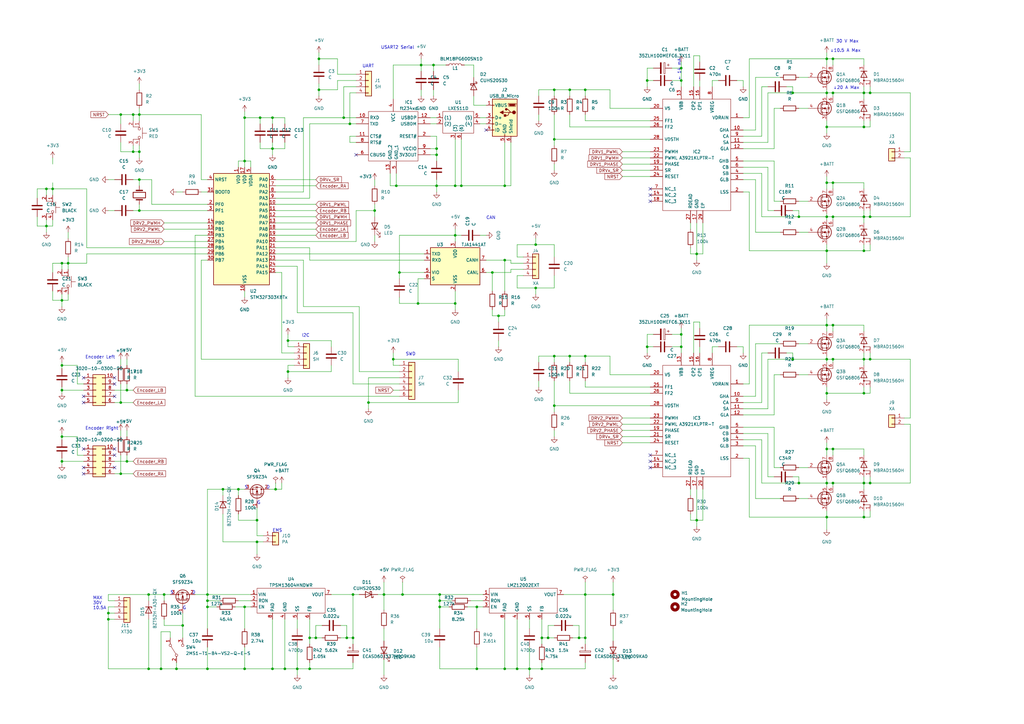
<source format=kicad_sch>
(kicad_sch (version 20230121) (generator eeschema)
  (paper "A3")
  (lib_symbols
    (symbol "A3921KLPTR-T_1" (pin_names (offset 0.762))
      (property "Reference" "IC" (at 0 1.27 0))
      (property "Value" "A3921KLPTR-T" (at 0 -1.27 0))
      (symbol "A3921KLPTR-T_1_0_0"
        (pin passive line (at 19.05 15.24 180) (length 5.08) (name "VDRAIN") (number "1"))
        (pin passive line (at 19.05 10.16 180) (length 5.08) (name "GHA") (number "10"))
        (pin passive line (at 19.05 5.08 180) (length 5.08) (name "SA") (number "11"))
        (pin passive line (at 19.05 2.54 180) (length 5.08) (name "GLA") (number "12"))
        (pin passive line (at -6.35 27.94 270) (length 5.08) (name "VBB") (number "13"))
        (pin passive line (at -19.05 -16.51 0) (length 5.08) (name "NC_2") (number "14"))
        (pin passive line (at -1.27 27.94 270) (length 5.08) (name "CP2") (number "15"))
        (pin passive line (at 1.27 27.94 270) (length 5.08) (name "CP1") (number "16"))
        (pin passive line (at 0 -27.94 90) (length 5.08) (name "GND") (number "17"))
        (pin passive line (at -19.05 -19.05 0) (length 5.08) (name "NC_3") (number "18"))
        (pin passive line (at -19.05 -3.81 0) (length 5.08) (name "PHASE") (number "19"))
        (pin passive line (at 19.05 -15.24 180) (length 5.08) (name "LSS") (number "2"))
        (pin passive line (at -19.05 19.05 0) (length 5.08) (name "V5") (number "20"))
        (pin passive line (at -19.05 -6.35 0) (length 5.08) (name "SR") (number "21"))
        (pin passive line (at -19.05 -1.27 0) (length 5.08) (name "PWML") (number "22"))
        (pin passive line (at -19.05 1.27 0) (length 5.08) (name "PWMH") (number "23"))
        (pin passive line (at -19.05 -8.89 0) (length 5.08) (name "RESET") (number "24"))
        (pin passive line (at -19.05 13.97 0) (length 5.08) (name "FF1") (number "25"))
        (pin passive line (at -19.05 11.43 0) (length 5.08) (name "FF2") (number "26"))
        (pin passive line (at -2.54 -27.94 90) (length 5.08) (name "RDEAD") (number "27"))
        (pin passive line (at -19.05 6.35 0) (length 5.08) (name "VDSTH") (number "28"))
        (pin passive line (at 2.54 -27.94 90) (length 5.08) (name "EP") (number "29"))
        (pin passive line (at 19.05 -10.16 180) (length 5.08) (name "GLB") (number "3"))
        (pin passive line (at 19.05 -7.62 180) (length 5.08) (name "SB") (number "4"))
        (pin passive line (at 19.05 -2.54 180) (length 5.08) (name "GHB") (number "5"))
        (pin passive line (at 19.05 -5.08 180) (length 5.08) (name "CB") (number "6"))
        (pin passive line (at -19.05 -13.97 0) (length 5.08) (name "NC_1") (number "7"))
        (pin passive line (at 6.35 27.94 270) (length 5.08) (name "VREG") (number "8"))
        (pin passive line (at 19.05 7.62 180) (length 5.08) (name "CA") (number "9"))
      )
    )
    (symbol "Connector:USB_B_Micro" (pin_names (offset 1.016))
      (property "Reference" "J" (at -5.08 11.43 0))
      (property "Value" "USB_B_Micro" (at -5.08 8.89 0))
      (symbol "USB_B_Micro_1_1"
        (pin power_out line (at 7.62 5.08 180) (length 2.54) (name "VBUS") (number "1"))
        (pin bidirectional line (at 7.62 -2.54 180) (length 2.54) (name "D-") (number "2"))
        (pin bidirectional line (at 7.62 0 180) (length 2.54) (name "D+") (number "3"))
        (pin passive line (at 7.62 -5.08 180) (length 2.54) (name "ID") (number "4"))
        (pin power_out line (at 0 -10.16 90) (length 2.54) (name "GND") (number "5"))
        (pin passive line (at -2.54 -10.16 90) (length 2.54) (name "Shield") (number "6"))
      )
    )
    (symbol "Connector_Generic:Conn_01x02" (pin_names (offset 1.016) hide)
      (property "Reference" "J" (at 0 2.54 0))
      (property "Value" "Conn_01x02" (at 0 -5.08 0))
      (symbol "Conn_01x02_1_1"
        (pin passive line (at -5.08 0 0) (length 3.81) (name "Pin_1") (number "1"))
        (pin passive line (at -5.08 -2.54 0) (length 3.81) (name "Pin_2") (number "2"))
      )
    )
    (symbol "Connector_Generic:Conn_01x04" (pin_names (offset 1.016) hide)
      (property "Reference" "J" (at 0 5.08 0))
      (property "Value" "Conn_01x04" (at 0 -7.62 0))
      (symbol "Conn_01x04_1_1"
        (pin passive line (at -5.08 2.54 0) (length 3.81) (name "Pin_1") (number "1"))
        (pin passive line (at -5.08 0 0) (length 3.81) (name "Pin_2") (number "2"))
        (pin passive line (at -5.08 -2.54 0) (length 3.81) (name "Pin_3") (number "3"))
        (pin passive line (at -5.08 -5.08 0) (length 3.81) (name "Pin_4") (number "4"))
      )
    )
    (symbol "Connector_Generic:Conn_01x06" (pin_names (offset 1.016) hide)
      (property "Reference" "J" (at 0 7.62 0))
      (property "Value" "Conn_01x06" (at 0 -10.16 0))
      (symbol "Conn_01x06_1_1"
        (pin passive line (at -5.08 5.08 0) (length 3.81) (name "Pin_1") (number "1"))
        (pin passive line (at -5.08 2.54 0) (length 3.81) (name "Pin_2") (number "2"))
        (pin passive line (at -5.08 0 0) (length 3.81) (name "Pin_3") (number "3"))
        (pin passive line (at -5.08 -2.54 0) (length 3.81) (name "Pin_4") (number "4"))
        (pin passive line (at -5.08 -5.08 0) (length 3.81) (name "Pin_5") (number "5"))
        (pin passive line (at -5.08 -7.62 0) (length 3.81) (name "Pin_6") (number "6"))
      )
    )
    (symbol "Connector_Generic:Conn_02x05_Counter_Clockwise" (pin_names (offset 1.016) hide)
      (property "Reference" "J" (at 1.27 7.62 0))
      (property "Value" "Conn_02x05_Counter_Clockwise" (at 1.27 -7.62 0))
      (symbol "Conn_02x05_Counter_Clockwise_1_1"
        (pin passive line (at -5.08 5.08 0) (length 3.81) (name "Pin_1") (number "1"))
        (pin passive line (at 7.62 5.08 180) (length 3.81) (name "Pin_10") (number "10"))
        (pin passive line (at -5.08 2.54 0) (length 3.81) (name "Pin_2") (number "2"))
        (pin passive line (at -5.08 0 0) (length 3.81) (name "Pin_3") (number "3"))
        (pin passive line (at -5.08 -2.54 0) (length 3.81) (name "Pin_4") (number "4"))
        (pin passive line (at -5.08 -5.08 0) (length 3.81) (name "Pin_5") (number "5"))
        (pin passive line (at 7.62 -5.08 180) (length 3.81) (name "Pin_6") (number "6"))
        (pin passive line (at 7.62 -2.54 180) (length 3.81) (name "Pin_7") (number "7"))
        (pin passive line (at 7.62 0 180) (length 3.81) (name "Pin_8") (number "8"))
        (pin passive line (at 7.62 2.54 180) (length 3.81) (name "Pin_9") (number "9"))
      )
    )
    (symbol "Device:C" (pin_numbers hide) (pin_names (offset 0.254))
      (property "Reference" "C" (at 0.635 2.54 0))
      (property "Value" "C" (at 0.635 -2.54 0))
      (symbol "C_1_1"
        (pin passive line (at 0 3.81 270) (length 2.794) (name "~") (number "1"))
        (pin passive line (at 0 -3.81 90) (length 2.794) (name "~") (number "2"))
      )
    )
    (symbol "Device:C_Polarized" (pin_numbers hide) (pin_names (offset 0.254))
      (property "Reference" "C" (at 0.635 2.54 0))
      (property "Value" "C_Polarized" (at 0.635 -2.54 0))
      (symbol "C_Polarized_1_1"
        (pin passive line (at 0 3.81 270) (length 2.794) (name "~") (number "1"))
        (pin passive line (at 0 -3.81 90) (length 2.794) (name "~") (number "2"))
      )
    )
    (symbol "Device:Crystal" (pin_numbers hide) (pin_names (offset 1.016) hide)
      (property "Reference" "Y" (at 0 3.81 0))
      (property "Value" "Crystal" (at 0 -3.81 0))
      (symbol "Crystal_1_1"
        (pin passive line (at -3.81 0 0) (length 1.27) (name "1") (number "1"))
        (pin passive line (at 3.81 0 180) (length 1.27) (name "2") (number "2"))
      )
    )
    (symbol "Device:D_AAK" (pin_names (offset 0) hide)
      (property "Reference" "D" (at 0 2.54 0))
      (property "Value" "D_AAK" (at 0 -2.54 0))
      (symbol "D_AAK_1_1"
        (pin passive line (at 5.08 2.54 180) (length 2.54) (name "A") (number "1"))
        (pin passive line (at 5.08 0 180) (length 2.54) (name "A") (number "2"))
        (pin passive line (at -3.81 0 0) (length 2.54) (name "K") (number "3"))
      )
    )
    (symbol "Device:D_Zener" (pin_numbers hide) (pin_names (offset 1.016) hide)
      (property "Reference" "D" (at 0 2.54 0))
      (property "Value" "D_Zener" (at 0 -2.54 0))
      (symbol "D_Zener_1_1"
        (pin passive line (at -3.81 0 0) (length 2.54) (name "K") (number "1"))
        (pin passive line (at 3.81 0 180) (length 2.54) (name "A") (number "2"))
      )
    )
    (symbol "Device:L" (pin_numbers hide) (pin_names (offset 1.016) hide)
      (property "Reference" "L" (at -1.27 0 90))
      (property "Value" "L" (at 1.905 0 90))
      (symbol "L_1_1"
        (pin passive line (at 0 3.81 270) (length 1.27) (name "1") (number "1"))
        (pin passive line (at 0 -3.81 90) (length 1.27) (name "2") (number "2"))
      )
    )
    (symbol "Device:LED" (pin_numbers hide) (pin_names (offset 1.016) hide)
      (property "Reference" "D" (at 0 2.54 0))
      (property "Value" "LED" (at 0 -2.54 0))
      (symbol "LED_1_1"
        (pin passive line (at -3.81 0 0) (length 2.54) (name "K") (number "1"))
        (pin passive line (at 3.81 0 180) (length 2.54) (name "A") (number "2"))
      )
    )
    (symbol "Device:Q_Dual_NMOS_S1G1S2G2D2D2D1D1" (pin_names (offset 0) hide)
      (property "Reference" "Q" (at 5.08 1.27 0))
      (property "Value" "Q_Dual_NMOS_S1G1S2G2D2D2D1D1" (at 5.08 -1.27 0))
      (symbol "Q_Dual_NMOS_S1G1S2G2D2D2D1D1_1_1"
        (pin passive line (at 2.54 -5.08 90) (length 2.54) (name "S") (number "1"))
        (pin input line (at -5.08 0 0) (length 2.54) (name "G") (number "2"))
        (pin passive line (at 2.54 5.08 270) (length 2.54) (name "D") (number "7"))
        (pin passive line (at 5.08 5.08 270) (length 2.54) (name "D") (number "8"))
      )
      (symbol "Q_Dual_NMOS_S1G1S2G2D2D2D1D1_2_1"
        (pin passive line (at 2.54 -5.08 90) (length 2.54) (name "S") (number "3"))
        (pin input line (at -5.08 0 0) (length 2.54) (name "G") (number "4"))
        (pin passive line (at 2.54 5.08 270) (length 2.54) (name "D") (number "5"))
        (pin passive line (at 5.08 5.08 270) (length 2.54) (name "D") (number "6"))
      )
    )
    (symbol "Device:Q_PMOS_GDS" (pin_names (offset 0) hide)
      (property "Reference" "Q" (at 5.08 1.27 0))
      (property "Value" "Q_PMOS_GDS" (at 5.08 -1.27 0))
      (symbol "Q_PMOS_GDS_1_1"
        (pin input line (at -5.08 0 0) (length 2.54) (name "G") (number "1"))
        (pin passive line (at 2.54 5.08 270) (length 2.54) (name "D") (number "2"))
        (pin passive line (at 2.54 -5.08 90) (length 2.54) (name "S") (number "3"))
      )
    )
    (symbol "Device:R" (pin_numbers hide) (pin_names (offset 0))
      (property "Reference" "R" (at 2.032 0 90))
      (property "Value" "R" (at 0 0 90))
      (symbol "R_1_1"
        (pin passive line (at 0 3.81 270) (length 1.27) (name "~") (number "1"))
        (pin passive line (at 0 -3.81 90) (length 1.27) (name "~") (number "2"))
      )
    )
    (symbol "Diode:1N5711UR" (pin_numbers hide) (pin_names (offset 1.016) hide)
      (property "Reference" "D" (at 0 2.54 0))
      (property "Value" "1N5711UR" (at 0 -2.54 0))
      (symbol "1N5711UR_1_1"
        (pin passive line (at -3.81 0 0) (length 2.54) (name "K") (number "1"))
        (pin passive line (at 3.81 0 180) (length 2.54) (name "A") (number "2"))
      )
    )
    (symbol "Interface_CAN_LIN:MCP2558FD-xSN"
      (property "Reference" "U" (at -10.16 10.16 0))
      (property "Value" "MCP2558FD-xSN" (at 2.54 10.16 0))
      (symbol "MCP2558FD-xSN_1_1"
        (pin input line (at -12.7 5.08 0) (length 2.54) (name "TXD") (number "1"))
        (pin power_in line (at 0 -10.16 90) (length 2.54) (name "VSS") (number "2"))
        (pin power_in line (at 0 10.16 270) (length 2.54) (name "VDD") (number "3"))
        (pin output line (at -12.7 2.54 0) (length 2.54) (name "RXD") (number "4"))
        (pin power_in line (at -12.7 -2.54 0) (length 2.54) (name "VIO") (number "5"))
        (pin bidirectional line (at 12.7 -2.54 180) (length 2.54) (name "CANL") (number "6"))
        (pin bidirectional line (at 12.7 2.54 180) (length 2.54) (name "CANH") (number "7"))
        (pin input line (at -12.7 -5.08 0) (length 2.54) (name "S") (number "8"))
      )
    )
    (symbol "KiCADLib:LXES11D"
      (property "Reference" "U" (at 0 7.62 0))
      (property "Value" "LXES11D" (at 0 5.08 0))
      (symbol "LXES11D_1_1"
        (pin input line (at -8.89 1.27 0) (length 2.54) (name "(1)") (number "1"))
        (pin input line (at -8.89 -1.27 0) (length 2.54) (name "(2)") (number "2"))
        (pin input line (at -1.27 -7.62 90) (length 2.54) (name "(3)") (number "3"))
        (pin input line (at 8.89 -1.27 180) (length 2.54) (name "(4)") (number "4"))
        (pin input line (at 8.89 1.27 180) (length 2.54) (name "(5)") (number "5"))
        (pin input line (at 1.27 -7.62 90) (length 2.54) (name "(6)") (number "6"))
      )
    )
    (symbol "KiCADLib:TPSM13604H"
      (property "Reference" "U" (at 0 8.89 0))
      (property "Value" "TPSM13604H" (at 0 6.35 0))
      (symbol "TPSM13604H_1_1"
        (pin passive line (at -16.51 2.54 0) (length 2.54) (name "VIN") (number "1"))
        (pin input line (at -16.51 0 0) (length 2.54) (name "RON") (number "2"))
        (pin input line (at -16.51 -2.54 0) (length 2.54) (name "EN") (number "3"))
        (pin passive line (at -2.54 -7.62 90) (length 2.54) (name "GND") (number "4"))
        (pin passive line (at 2.54 -7.62 90) (length 2.54) (name "SS") (number "5"))
        (pin input line (at 7.62 -7.62 90) (length 2.54) (name "FB") (number "6"))
        (pin passive line (at 16.51 2.54 180) (length 2.54) (name "VOUT") (number "7"))
        (pin passive line (at -7.62 -7.62 90) (length 2.54) (name "PAD") (number "8"))
      )
    )
    (symbol "LibraryLoader:A3921KLPTR-T" (pin_names (offset 0.762))
      (property "Reference" "IC" (at 0 1.27 0))
      (property "Value" "A3921KLPTR-T" (at 0 -1.27 0))
      (symbol "A3921KLPTR-T_0_0"
        (pin passive line (at 19.05 15.24 180) (length 5.08) (name "VDRAIN") (number "1"))
        (pin passive line (at 19.05 10.16 180) (length 5.08) (name "GHA") (number "10"))
        (pin passive line (at 19.05 5.08 180) (length 5.08) (name "SA") (number "11"))
        (pin passive line (at 19.05 2.54 180) (length 5.08) (name "GLA") (number "12"))
        (pin passive line (at -6.35 27.94 270) (length 5.08) (name "VBB") (number "13"))
        (pin passive line (at -19.05 -16.51 0) (length 5.08) (name "NC_2") (number "14"))
        (pin passive line (at -1.27 27.94 270) (length 5.08) (name "CP2") (number "15"))
        (pin passive line (at 1.27 27.94 270) (length 5.08) (name "CP1") (number "16"))
        (pin passive line (at 0 -27.94 90) (length 5.08) (name "GND") (number "17"))
        (pin passive line (at -19.05 -19.05 0) (length 5.08) (name "NC_3") (number "18"))
        (pin passive line (at -19.05 -3.81 0) (length 5.08) (name "PHASE") (number "19"))
        (pin passive line (at 19.05 -15.24 180) (length 5.08) (name "LSS") (number "2"))
        (pin passive line (at -19.05 19.05 0) (length 5.08) (name "V5") (number "20"))
        (pin passive line (at -19.05 -6.35 0) (length 5.08) (name "SR") (number "21"))
        (pin passive line (at -19.05 -1.27 0) (length 5.08) (name "PWML") (number "22"))
        (pin passive line (at -19.05 1.27 0) (length 5.08) (name "PWMH") (number "23"))
        (pin passive line (at -19.05 -8.89 0) (length 5.08) (name "RESET") (number "24"))
        (pin passive line (at -19.05 13.97 0) (length 5.08) (name "FF1") (number "25"))
        (pin passive line (at -19.05 11.43 0) (length 5.08) (name "FF2") (number "26"))
        (pin passive line (at -2.54 -27.94 90) (length 5.08) (name "RDEAD") (number "27"))
        (pin passive line (at -19.05 6.35 0) (length 5.08) (name "VDSTH") (number "28"))
        (pin passive line (at 2.54 -27.94 90) (length 5.08) (name "EP") (number "29"))
        (pin passive line (at 19.05 -10.16 180) (length 5.08) (name "GLB") (number "3"))
        (pin passive line (at 19.05 -7.62 180) (length 5.08) (name "SB") (number "4"))
        (pin passive line (at 19.05 -2.54 180) (length 5.08) (name "GHB") (number "5"))
        (pin passive line (at 19.05 -5.08 180) (length 5.08) (name "CB") (number "6"))
        (pin passive line (at -19.05 -13.97 0) (length 5.08) (name "NC_1") (number "7"))
        (pin passive line (at 6.35 27.94 270) (length 5.08) (name "VREG") (number "8"))
        (pin passive line (at 19.05 7.62 180) (length 5.08) (name "CA") (number "9"))
      )
    )
    (symbol "LibraryLoader:ft234xd"
      (property "Reference" "IC" (at 2.54 15.24 0))
      (property "Value" "ft234xd" (at 2.54 12.7 0))
      (symbol "ft234xd_0_0"
        (pin passive line (at -15.24 5.08 0) (length 5.08) (name "USBDM") (number "1"))
        (pin passive line (at 15.24 7.62 180) (length 5.08) (name "RXD") (number "10"))
        (pin passive line (at 15.24 0 180) (length 5.08) (name "CTS#") (number "11"))
        (pin passive line (at -15.24 7.62 0) (length 5.08) (name "USBDP") (number "12"))
        (pin passive line (at 1.27 -15.24 90) (length 5.08) (name "GND_2") (number "13"))
        (pin passive line (at -15.24 0 0) (length 5.08) (name "RESET#") (number "2"))
        (pin passive line (at -15.24 -7.62 0) (length 5.08) (name "3V3OUT") (number "3"))
        (pin passive line (at 0 15.24 270) (length 5.08) (name "VCC") (number "4"))
        (pin passive line (at -1.27 -15.24 90) (length 5.08) (name "GND_1") (number "5"))
        (pin passive line (at 15.24 -7.62 180) (length 5.08) (name "CBUS0") (number "6"))
        (pin passive line (at 15.24 5.08 180) (length 5.08) (name "TXD") (number "7"))
        (pin passive line (at 15.24 -2.54 180) (length 5.08) (name "RTS#") (number "8"))
        (pin passive line (at -15.24 -5.08 0) (length 5.08) (name "VCCIO") (number "9"))
      )
    )
    (symbol "MCU_ST_STM32F3:STM32F303K8Tx"
      (property "Reference" "U" (at -10.16 24.13 0))
      (property "Value" "STM32F303K8Tx" (at 7.62 24.13 0))
      (symbol "STM32F303K8Tx_1_1"
        (pin power_in line (at 0 25.4 270) (length 2.54) (name "VDD") (number "1"))
        (pin bidirectional line (at 15.24 10.16 180) (length 2.54) (name "PA4") (number "10"))
        (pin bidirectional line (at 15.24 7.62 180) (length 2.54) (name "PA5") (number "11"))
        (pin bidirectional line (at 15.24 5.08 180) (length 2.54) (name "PA6") (number "12"))
        (pin bidirectional line (at 15.24 2.54 180) (length 2.54) (name "PA7") (number "13"))
        (pin bidirectional line (at -12.7 2.54 0) (length 2.54) (name "PB0") (number "14"))
        (pin bidirectional line (at -12.7 0 0) (length 2.54) (name "PB1") (number "15"))
        (pin power_in line (at 2.54 -25.4 90) (length 2.54) (name "VSS") (number "16"))
        (pin power_in line (at 2.54 25.4 270) (length 2.54) (name "VDD") (number "17"))
        (pin bidirectional line (at 15.24 0 180) (length 2.54) (name "PA8") (number "18"))
        (pin bidirectional line (at 15.24 -2.54 180) (length 2.54) (name "PA9") (number "19"))
        (pin bidirectional line (at -12.7 10.16 0) (length 2.54) (name "PF0") (number "2"))
        (pin bidirectional line (at 15.24 -5.08 180) (length 2.54) (name "PA10") (number "20"))
        (pin bidirectional line (at 15.24 -7.62 180) (length 2.54) (name "PA11") (number "21"))
        (pin bidirectional line (at 15.24 -10.16 180) (length 2.54) (name "PA12") (number "22"))
        (pin bidirectional line (at 15.24 -12.7 180) (length 2.54) (name "PA13") (number "23"))
        (pin bidirectional line (at 15.24 -15.24 180) (length 2.54) (name "PA14") (number "24"))
        (pin bidirectional line (at 15.24 -17.78 180) (length 2.54) (name "PA15") (number "25"))
        (pin bidirectional line (at -12.7 -2.54 0) (length 2.54) (name "PB3") (number "26"))
        (pin bidirectional line (at -12.7 -5.08 0) (length 2.54) (name "PB4") (number "27"))
        (pin bidirectional line (at -12.7 -7.62 0) (length 2.54) (name "PB5") (number "28"))
        (pin bidirectional line (at -12.7 -10.16 0) (length 2.54) (name "PB6") (number "29"))
        (pin bidirectional line (at -12.7 7.62 0) (length 2.54) (name "PF1") (number "3"))
        (pin bidirectional line (at -12.7 -12.7 0) (length 2.54) (name "PB7") (number "30"))
        (pin input line (at -12.7 15.24 0) (length 2.54) (name "BOOT0") (number "31"))
        (pin passive line (at 2.54 -25.4 90) (length 2.54) hide (name "VSS") (number "32"))
        (pin input line (at -12.7 20.32 0) (length 2.54) (name "NRST") (number "4"))
        (pin power_in line (at 5.08 25.4 270) (length 2.54) (name "VDDA") (number "5"))
        (pin bidirectional line (at 15.24 20.32 180) (length 2.54) (name "PA0") (number "6"))
        (pin bidirectional line (at 15.24 17.78 180) (length 2.54) (name "PA1") (number "7"))
        (pin bidirectional line (at 15.24 15.24 180) (length 2.54) (name "PA2") (number "8"))
        (pin bidirectional line (at 15.24 12.7 180) (length 2.54) (name "PA3") (number "9"))
      )
    )
    (symbol "Mechanical:MountingHole" (pin_names (offset 1.016))
      (property "Reference" "H" (at 0 5.08 0))
      (property "Value" "MountingHole" (at 0 3.175 0))
    )
    (symbol "Switch:SW_MEC_5E" (pin_names (offset 1.016) hide)
      (property "Reference" "SW" (at 0.635 5.715 0))
      (property "Value" "SW_MEC_5E" (at 0 -3.175 0))
      (symbol "SW_MEC_5E_0_1"
        (pin passive line (at -5.08 2.54 0) (length 2.54) (name "1") (number "1"))
        (pin passive line (at -5.08 0 0) (length 2.54) (name "2") (number "2"))
        (pin passive line (at 5.08 0 180) (length 2.54) (name "K") (number "3"))
        (pin passive line (at 5.08 2.54 180) (length 2.54) (name "A") (number "4"))
      )
    )
    (symbol "Switch:SW_SPDT" (pin_names (offset 0) hide)
      (property "Reference" "SW" (at 0 4.318 0))
      (property "Value" "SW_SPDT" (at 0 -5.08 0))
      (symbol "SW_SPDT_1_1"
        (pin passive line (at 5.08 2.54 180) (length 2.54) (name "A") (number "1"))
        (pin passive line (at -5.08 0 0) (length 2.54) (name "B") (number "2"))
        (pin passive line (at 5.08 -2.54 180) (length 2.54) (name "C") (number "3"))
      )
    )
    (symbol "power:+3V3" (power) (pin_names (offset 0))
      (property "Value" "+3V3" (at 0 3.556 0))
      (symbol "+3V3_1_1"
        (pin power_in line (at 0 0 90) (length 0) hide (name "+3V3") (number "1"))
      )
    )
    (symbol "power:+5V" (power) (pin_names (offset 0))
      (property "Value" "+5V" (at 0 3.556 0))
      (symbol "+5V_1_1"
        (pin power_in line (at 0 0 90) (length 0) hide (name "+5V") (number "1"))
      )
    )
    (symbol "power:+BATT" (power) (pin_names (offset 0))
      (property "Value" "+BATT" (at 0 3.556 0))
      (symbol "+BATT_1_1"
        (pin power_in line (at 0 0 90) (length 0) hide (name "+BATT") (number "1"))
      )
    )
    (symbol "power:GND" (power) (pin_names (offset 0))
      (property "Value" "GND" (at 0 -3.81 0))
      (symbol "GND_1_1"
        (pin power_in line (at 0 0 270) (length 0) hide (name "GND") (number "1"))
      )
    )
    (symbol "power:PWR_FLAG" (power) (pin_numbers hide) (pin_names (offset 0) hide)
      (property "Value" "PWR_FLAG" (at 0 3.81 0))
      (symbol "PWR_FLAG_0_0"
        (pin power_out line (at 0 0 90) (length 0) (name "pwr") (number "1"))
      )
    )
  )
  (junction (at 325.12 38.1))
  (junction (at 339.09 184.15))
  (junction (at 207.01 106.68))
  (junction (at 186.69 124.46))
  (junction (at 325.12 147.32))
  (junction (at 186.69 96.52))
  (junction (at 129.54 261.62))
  (junction (at 105.41 222.25))
  (junction (at 219.71 100.33))
  (junction (at 177.8 26.67))
  (junction (at 339.09 102.87))
  (junction (at 97.79 200.66))
  (junction (at 204.47 129.54))
  (junction (at 186.69 76.2))
  (junction (at 72.39 274.32))
  (junction (at 265.43 142.24))
  (junction (at 354.33 198.12))
  (junction (at 189.23 76.2))
  (junction (at 341.63 74.93))
  (junction (at 279.4 33.02))
  (junction (at 113.03 200.66))
  (junction (at 163.83 111.76))
  (junction (at 44.45 254))
  (junction (at 356.87 198.12))
  (junction (at 54.61 46.99))
  (junction (at 57.15 46.99))
  (junction (at 52.07 189.23))
  (junction (at 25.4 179.07))
  (junction (at 25.4 123.19))
  (junction (at 57.15 62.23))
  (junction (at 341.63 24.13))
  (junction (at 44.45 251.46))
  (junction (at 240.03 146.05))
  (junction (at 49.53 165.1))
  (junction (at 157.48 243.84))
  (junction (at 217.17 274.32))
  (junction (at 100.33 274.32))
  (junction (at 25.4 160.02))
  (junction (at 339.09 133.35))
  (junction (at 354.33 212.09))
  (junction (at 116.84 274.32))
  (junction (at 356.87 88.9))
  (junction (at 130.81 24.13))
  (junction (at 140.97 48.26))
  (junction (at 161.29 147.32))
  (junction (at 237.49 261.62))
  (junction (at 179.07 76.2))
  (junction (at 224.79 261.62))
  (junction (at 339.09 212.09))
  (junction (at 227.33 166.37))
  (junction (at 341.63 38.1))
  (junction (at 212.09 274.32))
  (junction (at 153.67 86.36))
  (junction (at 66.04 274.32))
  (junction (at 100.33 66.04))
  (junction (at 91.44 200.66))
  (junction (at 354.33 102.87))
  (junction (at 222.25 261.62))
  (junction (at 233.68 36.83))
  (junction (at 356.87 38.1))
  (junction (at 180.34 248.92))
  (junction (at 100.33 48.26))
  (junction (at 52.07 160.02))
  (junction (at 143.51 50.8))
  (junction (at 118.11 139.7))
  (junction (at 180.34 243.84))
  (junction (at 354.33 38.1))
  (junction (at 179.07 60.96))
  (junction (at 60.96 274.32))
  (junction (at 111.76 60.96))
  (junction (at 354.33 52.07))
  (junction (at 57.15 73.66))
  (junction (at 356.87 147.32))
  (junction (at 339.09 52.07))
  (junction (at 121.92 274.32))
  (junction (at 144.78 243.84))
  (junction (at 100.33 248.92))
  (junction (at 142.24 261.62))
  (junction (at 127 274.32))
  (junction (at 222.25 274.32))
  (junction (at 57.15 86.36))
  (junction (at 19.05 77.47))
  (junction (at 354.33 88.9))
  (junction (at 339.09 161.29))
  (junction (at 339.09 147.32))
  (junction (at 151.13 165.1))
  (junction (at 111.76 274.32))
  (junction (at 195.58 248.92))
  (junction (at 233.68 146.05))
  (junction (at 207.01 274.32))
  (junction (at 279.4 27.94))
  (junction (at 285.75 213.36))
  (junction (at 227.33 57.15))
  (junction (at 219.71 118.11))
  (junction (at 25.4 149.86))
  (junction (at 130.81 36.83))
  (junction (at 85.09 248.92))
  (junction (at 165.1 243.84))
  (junction (at 279.4 142.24))
  (junction (at 162.56 76.2))
  (junction (at 341.63 198.12))
  (junction (at 279.4 137.16))
  (junction (at 172.72 26.67))
  (junction (at 54.61 62.23))
  (junction (at 179.07 63.5))
  (junction (at 354.33 161.29))
  (junction (at 60.96 243.84))
  (junction (at 111.76 48.26))
  (junction (at 180.34 246.38))
  (junction (at 27.94 107.95))
  (junction (at 49.53 46.99))
  (junction (at 21.59 77.47))
  (junction (at 339.09 74.93))
  (junction (at 227.33 36.83))
  (junction (at 195.58 274.32))
  (junction (at 240.03 261.62))
  (junction (at 339.09 38.1))
  (junction (at 85.09 274.32))
  (junction (at 341.63 147.32))
  (junction (at 354.33 147.32))
  (junction (at 25.4 107.95))
  (junction (at 201.93 111.76))
  (junction (at 105.41 213.36))
  (junction (at 25.4 189.23))
  (junction (at 341.63 88.9))
  (junction (at 144.78 261.62))
  (junction (at 285.75 104.14))
  (junction (at 240.03 243.84))
  (junction (at 265.43 33.02))
  (junction (at 19.05 92.71))
  (junction (at 74.93 256.54))
  (junction (at 85.09 246.38))
  (junction (at 49.53 194.31))
  (junction (at 251.46 243.84))
  (junction (at 341.63 133.35))
  (junction (at 67.31 243.84))
  (junction (at 227.33 146.05))
  (junction (at 339.09 88.9))
  (junction (at 207.01 76.2))
  (junction (at 339.09 24.13))
  (junction (at 85.09 243.84))
  (junction (at 240.03 36.83))
  (junction (at 171.45 124.46))
  (junction (at 327.66 88.9))
  (junction (at 327.66 198.12))
  (junction (at 127 261.62))
  (junction (at 341.63 184.15))
  (junction (at 106.68 48.26))
  (junction (at 339.09 198.12))
  (junction (at 118.11 152.4))
  (no_connect (at 266.7 80.01))
  (no_connect (at 266.7 191.77))
  (no_connect (at 146.05 63.5))
  (no_connect (at 199.39 53.34))
  (no_connect (at 34.29 191.77))
  (no_connect (at 34.29 154.94))
  (no_connect (at 46.99 162.56))
  (no_connect (at 266.7 77.47))
  (no_connect (at 46.99 154.94))
  (no_connect (at 34.29 165.1))
  (no_connect (at 46.99 191.77))
  (no_connect (at 34.29 184.15))
  (no_connect (at 266.7 189.23))
  (no_connect (at 266.7 186.69))
  (no_connect (at 46.99 186.69))
  (no_connect (at 34.29 194.31))
  (no_connect (at 266.7 82.55))
  (no_connect (at 46.99 184.15))
  (no_connect (at 34.29 162.56))
  (no_connect (at 46.99 157.48))
  (wire (pts (xy 339.09 72.39) (xy 339.09 74.93)))
  (wire (pts (xy 201.93 111.76) (xy 209.55 111.76)))
  (wire (pts (xy 250.19 146.05) (xy 250.19 153.67)))
  (wire (pts (xy 339.09 209.55) (xy 339.09 212.09)))
  (wire (pts (xy 80.01 162.56) (xy 163.83 162.56)))
  (wire (pts (xy 196.85 50.8) (xy 199.39 50.8)))
  (wire (pts (xy 220.98 156.21) (xy 220.98 158.75)))
  (wire (pts (xy 354.33 38.1) (xy 356.87 38.1)))
  (wire (pts (xy 127 50.8) (xy 127 81.28)))
  (wire (pts (xy 111.76 48.26) (xy 116.84 48.26)))
  (wire (pts (xy 44.45 254) (xy 44.45 274.32)))
  (wire (pts (xy 265.43 27.94) (xy 267.97 27.94)))
  (wire (pts (xy 309.88 182.88) (xy 309.88 204.47)))
  (wire (pts (xy 283.21 91.44) (xy 283.21 93.98)))
  (wire (pts (xy 49.53 157.48) (xy 49.53 165.1)))
  (wire (pts (xy 96.52 248.92) (xy 100.33 248.92)))
  (wire (pts (xy 27.94 95.25) (xy 27.94 97.79)))
  (wire (pts (xy 354.33 86.36) (xy 354.33 88.9)))
  (wire (pts (xy 327.66 86.36) (xy 327.66 88.9)))
  (wire (pts (xy 354.33 49.53) (xy 354.33 52.07)))
  (wire (pts (xy 180.34 265.43) (xy 180.34 274.32)))
  (wire (pts (xy 288.29 91.44) (xy 288.29 104.14)))
  (wire (pts (xy 309.88 140.97) (xy 320.04 140.97)))
  (wire (pts (xy 66.04 274.32) (xy 72.39 274.32)))
  (wire (pts (xy 130.81 24.13) (xy 138.43 24.13)))
  (wire (pts (xy 106.68 60.96) (xy 111.76 60.96)))
  (wire (pts (xy 186.69 124.46) (xy 171.45 124.46)))
  (wire (pts (xy 279.4 27.94) (xy 279.4 33.02)))
  (wire (pts (xy 255.27 179.07) (xy 266.7 179.07)))
  (wire (pts (xy 294.64 33.02) (xy 292.1 33.02)))
  (wire (pts (xy 171.45 114.3) (xy 171.45 124.46)))
  (wire (pts (xy 130.81 36.83) (xy 130.81 39.37)))
  (wire (pts (xy 219.71 118.11) (xy 227.33 118.11)))
  (wire (pts (xy 255.27 69.85) (xy 266.7 69.85)))
  (wire (pts (xy 287.02 22.86) (xy 284.48 22.86)))
  (wire (pts (xy 339.09 130.81) (xy 339.09 133.35)))
  (wire (pts (xy 57.15 34.29) (xy 57.15 36.83)))
  (wire (pts (xy 121.92 254) (xy 121.92 257.81)))
  (wire (pts (xy 309.88 162.56) (xy 309.88 140.97)))
  (wire (pts (xy 341.63 198.12) (xy 341.63 199.39)))
  (wire (pts (xy 285.75 215.9) (xy 285.75 213.36)))
  (wire (pts (xy 186.69 96.52) (xy 186.69 99.06)))
  (wire (pts (xy 284.48 22.86) (xy 284.48 35.56)))
  (wire (pts (xy 153.67 86.36) (xy 153.67 88.9)))
  (wire (pts (xy 171.45 114.3) (xy 173.99 114.3)))
  (wire (pts (xy 27.94 107.95) (xy 27.94 110.49)))
  (wire (pts (xy 370.84 173.99) (xy 373.38 173.99)))
  (wire (pts (xy 121.92 128.27) (xy 121.92 109.22)))
  (wire (pts (xy 179.07 76.2) (xy 179.07 78.74)))
  (wire (pts (xy 292.1 142.24) (xy 292.1 144.78)))
  (wire (pts (xy 143.51 58.42) (xy 146.05 58.42)))
  (wire (pts (xy 325.12 38.1) (xy 314.96 38.1)))
  (wire (pts (xy 195.58 248.92) (xy 198.12 248.92)))
  (wire (pts (xy 100.33 274.32) (xy 111.76 274.32)))
  (wire (pts (xy 67.31 256.54) (xy 74.93 256.54)))
  (wire (pts (xy 138.43 36.83) (xy 138.43 33.02)))
  (wire (pts (xy 356.87 88.9) (xy 373.38 88.9)))
  (wire (pts (xy 251.46 270.51) (xy 251.46 276.86)))
  (wire (pts (xy 115.57 111.76) (xy 115.57 144.78)))
  (wire (pts (xy 339.09 212.09) (xy 339.09 217.17)))
  (wire (pts (xy 217.17 274.32) (xy 217.17 276.86)))
  (wire (pts (xy 177.8 36.83) (xy 177.8 39.37)))
  (wire (pts (xy 44.45 274.32) (xy 60.96 274.32)))
  (wire (pts (xy 160.02 71.12) (xy 160.02 76.2)))
  (wire (pts (xy 207.01 106.68) (xy 209.55 106.68)))
  (wire (pts (xy 304.8 177.8) (xy 314.96 177.8)))
  (wire (pts (xy 339.09 184.15) (xy 341.63 184.15)))
  (wire (pts (xy 341.63 184.15) (xy 341.63 186.69)))
  (wire (pts (xy 356.87 86.36) (xy 356.87 88.9)))
  (wire (pts (xy 341.63 88.9) (xy 341.63 90.17)))
  (wire (pts (xy 240.03 49.53) (xy 266.7 49.53)))
  (wire (pts (xy 113.03 198.12) (xy 113.03 200.66)))
  (wire (pts (xy 285.75 200.66) (xy 285.75 213.36)))
  (wire (pts (xy 163.83 114.3) (xy 163.83 111.76)))
  (wire (pts (xy 354.33 88.9) (xy 356.87 88.9)))
  (wire (pts (xy 60.96 243.84) (xy 67.31 243.84)))
  (wire (pts (xy 251.46 243.84) (xy 240.03 243.84)))
  (wire (pts (xy 106.68 48.26) (xy 106.68 50.8)))
  (wire (pts (xy 312.42 71.12) (xy 312.42 88.9)))
  (wire (pts (xy 25.4 158.75) (xy 25.4 160.02)))
  (wire (pts (xy 212.09 254) (xy 212.09 274.32)))
  (wire (pts (xy 240.03 243.84) (xy 240.03 261.62)))
  (wire (pts (xy 15.24 88.9) (xy 15.24 92.71)))
  (wire (pts (xy 212.09 105.41) (xy 212.09 100.33)))
  (wire (pts (xy 314.96 38.1) (xy 314.96 58.42)))
  (wire (pts (xy 129.54 261.62) (xy 132.08 261.62)))
  (wire (pts (xy 327.66 44.45) (xy 331.47 44.45)))
  (wire (pts (xy 82.55 106.68) (xy 82.55 147.32)))
  (wire (pts (xy 27.94 123.19) (xy 27.94 120.65)))
  (wire (pts (xy 116.84 274.32) (xy 121.92 274.32)))
  (wire (pts (xy 207.01 129.54) (xy 207.01 127)))
  (wire (pts (xy 113.03 78.74) (xy 124.46 78.74)))
  (wire (pts (xy 44.45 86.36) (xy 46.99 86.36)))
  (wire (pts (xy 219.71 118.11) (xy 219.71 120.65)))
  (wire (pts (xy 85.09 243.84) (xy 102.87 243.84)))
  (wire (pts (xy 217.17 274.32) (xy 222.25 274.32)))
  (wire (pts (xy 21.59 107.95) (xy 25.4 107.95)))
  (wire (pts (xy 143.51 38.1) (xy 146.05 38.1)))
  (wire (pts (xy 265.43 142.24) (xy 265.43 137.16)))
  (wire (pts (xy 227.33 57.15) (xy 227.33 46.99)))
  (wire (pts (xy 304.8 144.78) (xy 304.8 142.24)))
  (wire (pts (xy 251.46 238.76) (xy 251.46 243.84)))
  (wire (pts (xy 31.75 186.69) (xy 31.75 179.07)))
  (wire (pts (xy 157.48 243.84) (xy 165.1 243.84)))
  (wire (pts (xy 52.07 160.02) (xy 54.61 160.02)))
  (wire (pts (xy 118.11 142.24) (xy 120.65 142.24)))
  (wire (pts (xy 240.03 36.83) (xy 250.19 36.83)))
  (wire (pts (xy 69.85 259.08) (xy 66.04 259.08)))
  (wire (pts (xy 21.59 77.47) (xy 35.56 77.47)))
  (wire (pts (xy 193.04 246.38) (xy 198.12 246.38)))
  (wire (pts (xy 339.09 147.32) (xy 339.09 148.59)))
  (wire (pts (xy 309.88 204.47) (xy 320.04 204.47)))
  (wire (pts (xy 19.05 90.17) (xy 19.05 92.71)))
  (wire (pts (xy 102.87 66.04) (xy 102.87 68.58)))
  (wire (pts (xy 186.69 124.46) (xy 186.69 127)))
  (wire (pts (xy 25.4 177.8) (xy 25.4 179.07)))
  (wire (pts (xy 339.09 198.12) (xy 339.09 199.39)))
  (wire (pts (xy 199.39 106.68) (xy 207.01 106.68)))
  (wire (pts (xy 227.33 57.15) (xy 266.7 57.15)))
  (wire (pts (xy 157.48 238.76) (xy 157.48 243.84)))
  (wire (pts (xy 115.57 144.78) (xy 120.65 144.78)))
  (wire (pts (xy 49.53 46.99) (xy 54.61 46.99)))
  (wire (pts (xy 100.33 248.92) (xy 102.87 248.92)))
  (wire (pts (xy 356.87 144.78) (xy 356.87 147.32)))
  (wire (pts (xy 327.66 195.58) (xy 327.66 198.12)))
  (wire (pts (xy 219.71 100.33) (xy 227.33 100.33)))
  (wire (pts (xy 113.03 81.28) (xy 127 81.28)))
  (wire (pts (xy 304.8 142.24) (xy 302.26 142.24)))
  (wire (pts (xy 97.79 66.04) (xy 100.33 66.04)))
  (wire (pts (xy 339.09 198.12) (xy 341.63 198.12)))
  (wire (pts (xy 294.64 142.24) (xy 292.1 142.24)))
  (wire (pts (xy 162.56 76.2) (xy 160.02 76.2)))
  (wire (pts (xy 304.8 167.64) (xy 314.96 167.64)))
  (wire (pts (xy 67.31 93.98) (xy 85.09 93.98)))
  (wire (pts (xy 207.01 106.68) (xy 207.01 119.38)))
  (wire (pts (xy 82.55 73.66) (xy 85.09 73.66)))
  (wire (pts (xy 265.43 137.16) (xy 267.97 137.16)))
  (wire (pts (xy 118.11 149.86) (xy 120.65 149.86)))
  (wire (pts (xy 19.05 92.71) (xy 19.05 95.25)))
  (wire (pts (xy 54.61 86.36) (xy 57.15 86.36)))
  (wire (pts (xy 161.29 26.67) (xy 161.29 40.64)))
  (wire (pts (xy 279.4 137.16) (xy 279.4 142.24)))
  (wire (pts (xy 157.48 257.81) (xy 157.48 262.89)))
  (wire (pts (xy 46.99 165.1) (xy 49.53 165.1)))
  (wire (pts (xy 163.83 111.76) (xy 173.99 111.76)))
  (wire (pts (xy 154.94 243.84) (xy 157.48 243.84)))
  (wire (pts (xy 113.03 76.2) (xy 129.54 76.2)))
  (wire (pts (xy 113.03 93.98) (xy 129.54 93.98)))
  (wire (pts (xy 339.09 212.09) (xy 354.33 212.09)))
  (wire (pts (xy 283.21 210.82) (xy 283.21 213.36)))
  (wire (pts (xy 304.8 35.56) (xy 304.8 33.02)))
  (wire (pts (xy 113.03 111.76) (xy 115.57 111.76)))
  (wire (pts (xy 97.79 200.66) (xy 91.44 200.66)))
  (wire (pts (xy 163.83 124.46) (xy 171.45 124.46)))
  (wire (pts (xy 250.19 36.83) (xy 250.19 44.45)))
  (wire (pts (xy 52.07 189.23) (xy 54.61 189.23)))
  (wire (pts (xy 121.92 274.32) (xy 127 274.32)))
  (wire (pts (xy 100.33 66.04) (xy 102.87 66.04)))
  (wire (pts (xy 227.33 166.37) (xy 266.7 166.37)))
  (wire (pts (xy 163.83 96.52) (xy 163.83 111.76)))
  (wire (pts (xy 186.69 96.52) (xy 189.23 96.52)))
  (wire (pts (xy 314.96 147.32) (xy 314.96 167.64)))
  (wire (pts (xy 72.39 274.32) (xy 85.09 274.32)))
  (wire (pts (xy 113.03 106.68) (xy 124.46 106.68)))
  (wire (pts (xy 163.83 124.46) (xy 163.83 121.92)))
  (wire (pts (xy 130.81 24.13) (xy 130.81 26.67)))
  (wire (pts (xy 195.58 274.32) (xy 207.01 274.32)))
  (wire (pts (xy 85.09 248.92) (xy 88.9 248.92)))
  (wire (pts (xy 49.53 62.23) (xy 54.61 62.23)))
  (wire (pts (xy 176.53 48.26) (xy 179.07 48.26)))
  (wire (pts (xy 186.69 76.2) (xy 179.07 76.2)))
  (wire (pts (xy 118.11 137.16) (xy 118.11 139.7)))
  (wire (pts (xy 207.01 76.2) (xy 189.23 76.2)))
  (wire (pts (xy 339.09 88.9) (xy 341.63 88.9)))
  (wire (pts (xy 288.29 200.66) (xy 288.29 213.36)))
  (wire (pts (xy 111.76 274.32) (xy 116.84 274.32)))
  (wire (pts (xy 354.33 161.29) (xy 356.87 161.29)))
  (wire (pts (xy 304.8 78.74) (xy 307.34 78.74)))
  (wire (pts (xy 339.09 38.1) (xy 339.09 39.37)))
  (wire (pts (xy 31.75 186.69) (xy 34.29 186.69)))
  (wire (pts (xy 67.31 99.06) (xy 85.09 99.06)))
  (wire (pts (xy 161.29 144.78) (xy 161.29 147.32)))
  (wire (pts (xy 327.66 88.9) (xy 339.09 88.9)))
  (wire (pts (xy 275.59 27.94) (xy 279.4 27.94)))
  (wire (pts (xy 339.09 135.89) (xy 339.09 133.35)))
  (wire (pts (xy 172.72 36.83) (xy 172.72 39.37)))
  (wire (pts (xy 227.33 39.37) (xy 227.33 36.83)))
  (wire (pts (xy 356.87 52.07) (xy 354.33 52.07)))
  (wire (pts (xy 116.84 254) (xy 116.84 274.32)))
  (wire (pts (xy 339.09 87.63) (xy 339.09 88.9)))
  (wire (pts (xy 144.78 271.78) (xy 144.78 274.32)))
  (wire (pts (xy 231.14 243.84) (xy 240.03 243.84)))
  (wire (pts (xy 162.56 71.12) (xy 162.56 76.2)))
  (wire (pts (xy 317.5 66.04) (xy 317.5 82.55)))
  (wire (pts (xy 317.5 44.45) (xy 320.04 44.45)))
  (wire (pts (xy 52.07 147.32) (xy 52.07 149.86)))
  (wire (pts (xy 373.38 171.45) (xy 373.38 147.32)))
  (wire (pts (xy 233.68 146.05) (xy 233.68 148.59)))
  (wire (pts (xy 176.53 50.8) (xy 179.07 50.8)))
  (wire (pts (xy 304.8 71.12) (xy 312.42 71.12)))
  (wire (pts (xy 46.99 189.23) (xy 52.07 189.23)))
  (wire (pts (xy 44.45 73.66) (xy 46.99 73.66)))
  (wire (pts (xy 339.09 133.35) (xy 341.63 133.35)))
  (wire (pts (xy 284.48 132.08) (xy 284.48 144.78)))
  (wire (pts (xy 339.09 36.83) (xy 339.09 38.1)))
  (wire (pts (xy 354.33 186.69) (xy 354.33 184.15)))
  (wire (pts (xy 233.68 146.05) (xy 240.03 146.05)))
  (wire (pts (xy 113.03 83.82) (xy 129.54 83.82)))
  (wire (pts (xy 57.15 44.45) (xy 57.15 46.99)))
  (wire (pts (xy 140.97 48.26) (xy 140.97 35.56)))
  (wire (pts (xy 177.8 26.67) (xy 177.8 29.21)))
  (wire (pts (xy 121.92 274.32) (xy 121.92 276.86)))
  (wire (pts (xy 304.8 53.34) (xy 309.88 53.34)))
  (wire (pts (xy 339.09 74.93) (xy 341.63 74.93)))
  (wire (pts (xy 275.59 142.24) (xy 279.4 142.24)))
  (wire (pts (xy 187.96 160.02) (xy 187.96 165.1)))
  (wire (pts (xy 339.09 181.61) (xy 339.09 184.15)))
  (wire (pts (xy 44.45 46.99) (xy 49.53 46.99)))
  (wire (pts (xy 49.53 165.1) (xy 54.61 165.1)))
  (wire (pts (xy 339.09 102.87) (xy 354.33 102.87)))
  (wire (pts (xy 275.59 33.02) (xy 279.4 33.02)))
  (wire (pts (xy 180.34 243.84) (xy 180.34 246.38)))
  (wire (pts (xy 140.97 35.56) (xy 146.05 35.56)))
  (wire (pts (xy 144.78 128.27) (xy 121.92 128.27)))
  (wire (pts (xy 15.24 81.28) (xy 15.24 77.47)))
  (wire (pts (xy 212.09 274.32) (xy 217.17 274.32)))
  (wire (pts (xy 21.59 111.76) (xy 21.59 107.95)))
  (wire (pts (xy 21.59 77.47) (xy 19.05 77.47)))
  (wire (pts (xy 179.07 55.88) (xy 179.07 60.96)))
  (wire (pts (xy 354.33 88.9) (xy 354.33 91.44)))
  (wire (pts (xy 97.79 213.36) (xy 105.41 213.36)))
  (wire (pts (xy 66.04 259.08) (xy 66.04 274.32)))
  (wire (pts (xy 339.09 88.9) (xy 339.09 90.17)))
  (wire (pts (xy 227.33 100.33) (xy 227.33 105.41)))
  (wire (pts (xy 85.09 265.43) (xy 85.09 274.32)))
  (wire (pts (xy 142.24 256.54) (xy 142.24 261.62)))
  (wire (pts (xy 100.33 45.72) (xy 100.33 48.26)))
  (wire (pts (xy 106.68 48.26) (xy 111.76 48.26)))
  (wire (pts (xy 370.84 171.45) (xy 373.38 171.45)))
  (wire (pts (xy 113.03 88.9) (xy 129.54 88.9)))
  (wire (pts (xy 222.25 274.32) (xy 240.03 274.32)))
  (wire (pts (xy 341.63 24.13) (xy 354.33 24.13)))
  (wire (pts (xy 57.15 76.2) (xy 57.15 73.66)))
  (wire (pts (xy 97.79 246.38) (xy 102.87 246.38)))
  (wire (pts (xy 356.87 102.87) (xy 354.33 102.87)))
  (wire (pts (xy 49.53 176.53) (xy 49.53 179.07)))
  (wire (pts (xy 354.33 198.12) (xy 341.63 198.12)))
  (wire (pts (xy 187.96 152.4) (xy 187.96 147.32)))
  (wire (pts (xy 25.4 160.02) (xy 25.4 161.29)))
  (wire (pts (xy 354.33 198.12) (xy 354.33 200.66)))
  (wire (pts (xy 57.15 46.99) (xy 57.15 49.53)))
  (wire (pts (xy 307.34 48.26) (xy 307.34 24.13)))
  (wire (pts (xy 314.96 86.36) (xy 317.5 86.36)))
  (wire (pts (xy 233.68 36.83) (xy 240.03 36.83)))
  (wire (pts (xy 356.87 49.53) (xy 356.87 52.07)))
  (wire (pts (xy 186.69 93.98) (xy 186.69 96.52)))
  (wire (pts (xy 354.33 158.75) (xy 354.33 161.29)))
  (wire (pts (xy 21.59 77.47) (xy 21.59 80.01)))
  (wire (pts (xy 196.85 96.52) (xy 199.39 96.52)))
  (wire (pts (xy 135.89 142.24) (xy 135.89 139.7)))
  (wire (pts (xy 31.75 149.86) (xy 25.4 149.86)))
  (wire (pts (xy 44.45 251.46) (xy 46.99 251.46)))
  (wire (pts (xy 27.94 105.41) (xy 27.94 107.95)))
  (wire (pts (xy 113.03 86.36) (xy 129.54 86.36)))
  (wire (pts (xy 373.38 64.77) (xy 373.38 88.9)))
  (wire (pts (xy 233.68 52.07) (xy 266.7 52.07)))
  (wire (pts (xy 233.68 36.83) (xy 233.68 39.37)))
  (wire (pts (xy 209.55 110.49) (xy 214.63 110.49)))
  (wire (pts (xy 49.53 62.23) (xy 49.53 58.42)))
  (wire (pts (xy 113.03 99.06) (xy 146.05 99.06)))
  (wire (pts (xy 222.25 271.78) (xy 222.25 274.32)))
  (wire (pts (xy 356.87 147.32) (xy 354.33 147.32)))
  (wire (pts (xy 124.46 48.26) (xy 124.46 78.74)))
  (wire (pts (xy 172.72 26.67) (xy 172.72 29.21)))
  (wire (pts (xy 85.09 106.68) (xy 82.55 106.68)))
  (wire (pts (xy 341.63 24.13) (xy 341.63 26.67)))
  (wire (pts (xy 85.09 243.84) (xy 85.09 246.38)))
  (wire (pts (xy 222.25 261.62) (xy 222.25 264.16)))
  (wire (pts (xy 180.34 248.92) (xy 184.15 248.92)))
  (wire (pts (xy 265.43 35.56) (xy 265.43 33.02)))
  (wire (pts (xy 151.13 165.1) (xy 187.96 165.1)))
  (wire (pts (xy 161.29 147.32) (xy 187.96 147.32)))
  (wire (pts (xy 25.4 189.23) (xy 34.29 189.23)))
  (wire (pts (xy 204.47 129.54) (xy 207.01 129.54)))
  (wire (pts (xy 279.4 134.62) (xy 279.4 137.16)))
  (wire (pts (xy 240.03 271.78) (xy 240.03 274.32)))
  (wire (pts (xy 212.09 113.03) (xy 214.63 113.03)))
  (wire (pts (xy 212.09 118.11) (xy 219.71 118.11)))
  (wire (pts (xy 113.03 104.14) (xy 173.99 104.14)))
  (wire (pts (xy 130.81 21.59) (xy 130.81 24.13)))
  (wire (pts (xy 234.95 256.54) (xy 237.49 256.54)))
  (wire (pts (xy 97.79 68.58) (xy 97.79 66.04)))
  (wire (pts (xy 85.09 246.38) (xy 85.09 248.92)))
  (wire (pts (xy 356.87 38.1) (xy 373.38 38.1)))
  (wire (pts (xy 91.44 200.66) (xy 85.09 200.66)))
  (wire (pts (xy 107.95 219.71) (xy 105.41 219.71)))
  (wire (pts (xy 147.32 125.73) (xy 147.32 152.4)))
  (wire (pts (xy 304.8 165.1) (xy 312.42 165.1)))
  (wire (pts (xy 255.27 62.23) (xy 266.7 62.23)))
  (wire (pts (xy 80.01 96.52) (xy 85.09 96.52)))
  (wire (pts (xy 217.17 254) (xy 217.17 257.81)))
  (wire (pts (xy 341.63 74.93) (xy 341.63 77.47)))
  (wire (pts (xy 356.87 198.12) (xy 354.33 198.12)))
  (wire (pts (xy 21.59 119.38) (xy 21.59 123.19)))
  (wire (pts (xy 135.89 149.86) (xy 135.89 152.4)))
  (wire (pts (xy 151.13 165.1) (xy 151.13 154.94)))
  (wire (pts (xy 44.45 248.92) (xy 44.45 251.46)))
  (wire (pts (xy 85.09 200.66) (xy 85.09 243.84)))
  (wire (pts (xy 189.23 76.2) (xy 186.69 76.2)))
  (wire (pts (xy 304.8 162.56) (xy 309.88 162.56)))
  (wire (pts (xy 224.79 256.54) (xy 227.33 256.54)))
  (wire (pts (xy 44.45 251.46) (xy 44.45 254)))
  (wire (pts (xy 304.8 66.04) (xy 317.5 66.04)))
  (wire (pts (xy 46.99 160.02) (xy 52.07 160.02)))
  (wire (pts (xy 285.75 106.68) (xy 285.75 104.14)))
  (wire (pts (xy 186.69 119.38) (xy 186.69 124.46)))
  (wire (pts (xy 354.33 144.78) (xy 354.33 147.32)))
  (wire (pts (xy 314.96 68.58) (xy 314.96 86.36)))
  (wire (pts (xy 143.51 38.1) (xy 143.51 50.8)))
  (wire (pts (xy 325.12 144.78) (xy 325.12 147.32)))
  (wire (pts (xy 227.33 176.53) (xy 227.33 179.07)))
  (wire (pts (xy 354.33 212.09) (xy 356.87 212.09)))
  (wire (pts (xy 135.89 243.84) (xy 144.78 243.84)))
  (wire (pts (xy 339.09 38.1) (xy 325.12 38.1)))
  (wire (pts (xy 354.33 38.1) (xy 354.33 40.64)))
  (wire (pts (xy 240.03 46.99) (xy 240.03 49.53)))
  (wire (pts (xy 195.58 265.43) (xy 195.58 274.32)))
  (wire (pts (xy 189.23 57.15) (xy 189.23 76.2)))
  (wire (pts (xy 25.4 189.23) (xy 25.4 190.5)))
  (wire (pts (xy 314.96 147.32) (xy 325.12 147.32)))
  (wire (pts (xy 339.09 147.32) (xy 341.63 147.32)))
  (wire (pts (xy 44.45 243.84) (xy 44.45 246.38)))
  (wire (pts (xy 307.34 133.35) (xy 339.09 133.35)))
  (wire (pts (xy 339.09 146.05) (xy 339.09 147.32)))
  (wire (pts (xy 304.8 60.96) (xy 317.5 60.96)))
  (wire (pts (xy 146.05 99.06) (xy 146.05 86.36)))
  (wire (pts (xy 100.33 48.26) (xy 100.33 66.04)))
  (wire (pts (xy 341.63 88.9) (xy 354.33 88.9)))
  (wire (pts (xy 317.5 60.96) (xy 317.5 44.45)))
  (wire (pts (xy 339.09 161.29) (xy 339.09 163.83)))
  (wire (pts (xy 233.68 46.99) (xy 233.68 52.07)))
  (wire (pts (xy 85.09 274.32) (xy 100.33 274.32)))
  (wire (pts (xy 339.09 100.33) (xy 339.09 102.87)))
  (wire (pts (xy 255.27 64.77) (xy 266.7 64.77)))
  (wire (pts (xy 147.32 152.4) (xy 163.83 152.4)))
  (wire (pts (xy 373.38 62.23) (xy 373.38 38.1)))
  (wire (pts (xy 240.03 158.75) (xy 266.7 158.75)))
  (wire (pts (xy 309.88 95.25) (xy 320.04 95.25)))
  (wire (pts (xy 307.34 102.87) (xy 307.34 78.74)))
  (wire (pts (xy 52.07 157.48) (xy 52.07 160.02)))
  (wire (pts (xy 317.5 170.18) (xy 317.5 153.67)))
  (wire (pts (xy 224.79 261.62) (xy 227.33 261.62)))
  (wire (pts (xy 287.02 142.24) (xy 287.02 144.78)))
  (wire (pts (xy 111.76 254) (xy 111.76 274.32)))
  (wire (pts (xy 90.17 246.38) (xy 85.09 246.38)))
  (wire (pts (xy 157.48 270.51) (xy 157.48 276.86)))
  (wire (pts (xy 339.09 161.29) (xy 354.33 161.29)))
  (wire (pts (xy 209.55 76.2) (xy 207.01 76.2)))
  (wire (pts (xy 240.03 146.05) (xy 250.19 146.05)))
  (wire (pts (xy 25.4 187.96) (xy 25.4 189.23)))
  (wire (pts (xy 121.92 265.43) (xy 121.92 274.32)))
  (wire (pts (xy 31.75 157.48) (xy 34.29 157.48)))
  (wire (pts (xy 304.8 157.48) (xy 307.34 157.48)))
  (wire (pts (xy 15.24 92.71) (xy 19.05 92.71)))
  (wire (pts (xy 356.87 35.56) (xy 356.87 38.1)))
  (wire (pts (xy 279.4 25.4) (xy 279.4 27.94)))
  (wire (pts (xy 240.03 156.21) (xy 240.03 158.75)))
  (wire (pts (xy 116.84 58.42) (xy 116.84 60.96)))
  (wire (pts (xy 341.63 147.32) (xy 341.63 148.59)))
  (wire (pts (xy 151.13 167.64) (xy 151.13 165.1)))
  (wire (pts (xy 204.47 139.7) (xy 204.47 142.24)))
  (wire (pts (xy 237.49 261.62) (xy 234.95 261.62)))
  (wire (pts (xy 339.09 21.59) (xy 339.09 24.13)))
  (wire (pts (xy 214.63 105.41) (xy 212.09 105.41)))
  (wire (pts (xy 191.77 248.92) (xy 195.58 248.92)))
  (wire (pts (xy 327.66 191.77) (xy 331.47 191.77)))
  (wire (pts (xy 113.03 200.66) (xy 115.57 200.66)))
  (wire (pts (xy 111.76 48.26) (xy 111.76 50.8)))
  (wire (pts (xy 25.4 123.19) (xy 25.4 125.73)))
  (wire (pts (xy 325.12 35.56) (xy 325.12 38.1)))
  (wire (pts (xy 312.42 144.78) (xy 312.42 165.1)))
  (wire (pts (xy 307.34 212.09) (xy 307.34 187.96)))
  (wire (pts (xy 118.11 152.4) (xy 118.11 154.94)))
  (wire (pts (xy 143.51 50.8) (xy 146.05 50.8)))
  (wire (pts (xy 161.29 26.67) (xy 172.72 26.67)))
  (wire (pts (xy 185.42 246.38) (xy 180.34 246.38)))
  (wire (pts (xy 144.78 261.62) (xy 142.24 261.62)))
  (wire (pts (xy 327.66 204.47) (xy 331.47 204.47)))
  (wire (pts (xy 322.58 144.78) (xy 325.12 144.78)))
  (wire (pts (xy 124.46 125.73) (xy 147.32 125.73)))
  (wire (pts (xy 312.42 88.9) (xy 327.66 88.9)))
  (wire (pts (xy 172.72 26.67) (xy 177.8 26.67)))
  (wire (pts (xy 69.85 261.62) (xy 69.85 259.08)))
  (wire (pts (xy 201.93 111.76) (xy 201.93 119.38)))
  (wire (pts (xy 72.39 78.74) (xy 74.93 78.74)))
  (wire (pts (xy 142.24 261.62) (xy 139.7 261.62)))
  (wire (pts (xy 127 106.68) (xy 173.99 106.68)))
  (wire (pts (xy 255.27 173.99) (xy 266.7 173.99)))
  (wire (pts (xy 307.34 24.13) (xy 339.09 24.13)))
  (wire (pts (xy 140.97 48.26) (xy 146.05 48.26)))
  (wire (pts (xy 227.33 148.59) (xy 227.33 146.05)))
  (wire (pts (xy 304.8 175.26) (xy 317.5 175.26)))
  (wire (pts (xy 60.96 243.84) (xy 60.96 246.38)))
  (wire (pts (xy 287.02 25.4) (xy 287.02 22.86)))
  (wire (pts (xy 179.07 60.96) (xy 179.07 63.5)))
  (wire (pts (xy 370.84 62.23) (xy 373.38 62.23)))
  (wire (pts (xy 307.34 102.87) (xy 339.09 102.87)))
  (wire (pts (xy 113.03 101.6) (xy 127 101.6)))
  (wire (pts (xy 138.43 30.48) (xy 138.43 24.13)))
  (wire (pts (xy 227.33 113.03) (xy 227.33 118.11)))
  (wire (pts (xy 307.34 157.48) (xy 307.34 133.35)))
  (wire (pts (xy 288.29 104.14) (xy 285.75 104.14)))
  (wire (pts (xy 110.49 200.66) (xy 113.03 200.66)))
  (wire (pts (xy 57.15 59.69) (xy 57.15 62.23)))
  (wire (pts (xy 304.8 73.66) (xy 309.88 73.66)))
  (wire (pts (xy 341.63 147.32) (xy 354.33 147.32)))
  (wire (pts (xy 265.43 33.02) (xy 265.43 27.94)))
  (wire (pts (xy 35.56 104.14) (xy 35.56 107.95)))
  (wire (pts (xy 220.98 148.59) (xy 220.98 146.05)))
  (wire (pts (xy 31.75 157.48) (xy 31.75 149.86)))
  (wire (pts (xy 341.63 38.1) (xy 354.33 38.1)))
  (wire (pts (xy 27.94 107.95) (xy 25.4 107.95)))
  (wire (pts (xy 15.24 77.47) (xy 19.05 77.47)))
  (wire (pts (xy 153.67 96.52) (xy 153.67 99.06)))
  (wire (pts (xy 322.58 35.56) (xy 325.12 35.56)))
  (wire (pts (xy 227.33 36.83) (xy 233.68 36.83)))
  (wire (pts (xy 240.03 264.16) (xy 240.03 261.62)))
  (wire (pts (xy 341.63 38.1) (xy 341.63 39.37)))
  (wire (pts (xy 35.56 107.95) (xy 27.94 107.95)))
  (wire (pts (xy 207.01 58.42) (xy 207.01 76.2)))
  (wire (pts (xy 21.59 92.71) (xy 21.59 90.17)))
  (wire (pts (xy 207.01 254) (xy 207.01 274.32)))
  (wire (pts (xy 54.61 46.99) (xy 54.61 49.53)))
  (wire (pts (xy 130.81 36.83) (xy 138.43 36.83)))
  (wire (pts (xy 327.66 140.97) (xy 331.47 140.97)))
  (wire (pts (xy 100.33 66.04) (xy 100.33 68.58)))
  (wire (pts (xy 144.78 264.16) (xy 144.78 261.62)))
  (wire (pts (xy 240.03 261.62) (xy 237.49 261.62)))
  (wire (pts (xy 354.33 147.32) (xy 354.33 149.86)))
  (wire (pts (xy 19.05 92.71) (xy 21.59 92.71)))
  (wire (pts (xy 279.4 33.02) (xy 279.4 35.56)))
  (wire (pts (xy 44.45 246.38) (xy 46.99 246.38)))
  (wire (pts (xy 339.09 186.69) (xy 339.09 184.15)))
  (wire (pts (xy 309.88 31.75) (xy 320.04 31.75)))
  (wire (pts (xy 204.47 132.08) (xy 204.47 129.54)))
  (wire (pts (xy 105.41 208.28) (xy 105.41 213.36)))
  (wire (pts (xy 265.43 33.02) (xy 267.97 33.02)))
  (wire (pts (xy 105.41 219.71) (xy 105.41 213.36)))
  (wire (pts (xy 314.96 177.8) (xy 314.96 195.58)))
  (wire (pts (xy 288.29 213.36) (xy 285.75 213.36)))
  (wire (pts (xy 179.07 76.2) (xy 162.56 76.2)))
  (wire (pts (xy 57.15 46.99) (xy 82.55 46.99)))
  (wire (pts (xy 25.4 123.19) (xy 27.94 123.19)))
  (wire (pts (xy 91.44 222.25) (xy 105.41 222.25)))
  (wire (pts (xy 46.99 248.92) (xy 44.45 248.92)))
  (wire (pts (xy 111.76 60.96) (xy 116.84 60.96)))
  (wire (pts (xy 127 274.32) (xy 144.78 274.32)))
  (wire (pts (xy 325.12 195.58) (xy 327.66 195.58)))
  (wire (pts (xy 124.46 106.68) (xy 124.46 125.73)))
  (wire (pts (xy 177.8 26.67) (xy 182.88 26.67)))
  (wire (pts (xy 304.8 33.02) (xy 302.26 33.02)))
  (wire (pts (xy 317.5 82.55) (xy 320.04 82.55)))
  (wire (pts (xy 304.8 58.42) (xy 314.96 58.42)))
  (wire (pts (xy 339.09 26.67) (xy 339.09 24.13)))
  (wire (pts (xy 144.78 243.84) (xy 144.78 261.62)))
  (wire (pts (xy 57.15 86.36) (xy 57.15 83.82)))
  (wire (pts (xy 85.09 248.92) (xy 85.09 257.81)))
  (wire (pts (xy 209.55 111.76) (xy 209.55 110.49)))
  (wire (pts (xy 304.8 68.58) (xy 314.96 68.58)))
  (wire (pts (xy 127 50.8) (xy 143.51 50.8)))
  (wire (pts (xy 356.87 209.55) (xy 356.87 212.09)))
  (wire (pts (xy 172.72 24.13) (xy 172.72 26.67)))
  (wire (pts (xy 180.34 274.32) (xy 195.58 274.32)))
  (wire (pts (xy 57.15 73.66) (xy 62.23 73.66)))
  (wire (pts (xy 339.09 49.53) (xy 339.09 52.07)))
  (wire (pts (xy 139.7 256.54) (xy 142.24 256.54)))
  (wire (pts (xy 327.66 31.75) (xy 331.47 31.75)))
  (wire (pts (xy 373.38 173.99) (xy 373.38 198.12)))
  (wire (pts (xy 127 271.78) (xy 127 274.32)))
  (wire (pts (xy 283.21 200.66) (xy 283.21 203.2)))
  (wire (pts (xy 304.8 187.96) (xy 307.34 187.96)))
  (wire (pts (xy 82.55 78.74) (xy 85.09 78.74)))
  (wire (pts (xy 146.05 55.88) (xy 143.51 55.88)))
  (wire (pts (xy 72.39 274.32) (xy 72.39 271.78)))
  (wire (pts (xy 285.75 213.36) (xy 283.21 213.36)))
  (wire (pts (xy 370.84 64.77) (xy 373.38 64.77)))
  (wire (pts (xy 227.33 166.37) (xy 227.33 168.91)))
  (wire (pts (xy 356.87 158.75) (xy 356.87 161.29)))
  (wire (pts (xy 222.25 254) (xy 222.25 261.62)))
  (wire (pts (xy 165.1 243.84) (xy 180.34 243.84)))
  (wire (pts (xy 80.01 243.84) (xy 85.09 243.84)))
  (wire (pts (xy 196.85 48.26) (xy 199.39 48.26)))
  (wire (pts (xy 62.23 73.66) (xy 62.23 83.82)))
  (wire (pts (xy 21.59 74.93) (xy 21.59 77.47)))
  (wire (pts (xy 35.56 101.6) (xy 85.09 101.6)))
  (wire (pts (xy 49.53 194.31) (xy 54.61 194.31)))
  (wire (pts (xy 74.93 251.46) (xy 74.93 256.54)))
  (wire (pts (xy 113.03 96.52) (xy 129.54 96.52)))
  (wire (pts (xy 44.45 254) (xy 46.99 254)))
  (wire (pts (xy 222.25 261.62) (xy 224.79 261.62)))
  (wire (pts (xy 309.88 73.66) (xy 309.88 95.25)))
  (wire (pts (xy 100.33 248.92) (xy 100.33 257.81)))
  (wire (pts (xy 60.96 274.32) (xy 66.04 274.32)))
  (wire (pts (xy 354.33 24.13) (xy 354.33 26.67)))
  (wire (pts (xy 354.33 209.55) (xy 354.33 212.09)))
  (wire (pts (xy 317.5 175.26) (xy 317.5 191.77)))
  (wire (pts (xy 52.07 186.69) (xy 52.07 189.23)))
  (wire (pts (xy 157.48 250.19) (xy 157.48 243.84)))
  (wire (pts (xy 220.98 39.37) (xy 220.98 36.83)))
  (wire (pts (xy 67.31 254) (xy 67.31 256.54)))
  (wire (pts (xy 25.4 149.86) (xy 25.4 151.13)))
  (wire (pts (xy 143.51 55.88) (xy 143.51 58.42)))
  (wire (pts (xy 255.27 171.45) (xy 266.7 171.45)))
  (wire (pts (xy 111.76 58.42) (xy 111.76 60.96)))
  (wire (pts (xy 227.33 67.31) (xy 227.33 69.85)))
  (wire (pts (xy 25.4 148.59) (xy 25.4 149.86)))
  (wire (pts (xy 111.76 60.96) (xy 111.76 63.5)))
  (wire (pts (xy 115.57 198.12) (xy 115.57 200.66)))
  (wire (pts (xy 100.33 265.43) (xy 100.33 274.32)))
  (wire (pts (xy 151.13 154.94) (xy 163.83 154.94)))
  (wire (pts (xy 25.4 107.95) (xy 25.4 110.49)))
  (wire (pts (xy 57.15 86.36) (xy 85.09 86.36)))
  (wire (pts (xy 354.33 133.35) (xy 354.33 135.89)))
  (wire (pts (xy 85.09 104.14) (xy 35.56 104.14)))
  (wire (pts (xy 255.27 176.53) (xy 266.7 176.53)))
  (wire (pts (xy 341.63 133.35) (xy 341.63 135.89)))
  (wire (pts (xy 165.1 238.76) (xy 165.1 243.84)))
  (wire (pts (xy 207.01 274.32) (xy 212.09 274.32)))
  (wire (pts (xy 62.23 83.82) (xy 85.09 83.82)))
  (wire (pts (xy 106.68 58.42) (xy 106.68 60.96)))
  (wire (pts (xy 227.33 166.37) (xy 227.33 156.21)))
  (wire (pts (xy 49.53 147.32) (xy 49.53 149.86)))
  (wire (pts (xy 190.5 26.67) (xy 194.31 26.67)))
  (wire (pts (xy 118.11 152.4) (xy 135.89 152.4)))
  (wire (pts (xy 153.67 83.82) (xy 153.67 86.36)))
  (wire (pts (xy 129.54 261.62) (xy 129.54 256.54)))
  (wire (pts (xy 339.09 158.75) (xy 339.09 161.29)))
  (wire (pts (xy 179.07 63.5) (xy 179.07 66.04)))
  (wire (pts (xy 194.31 43.18) (xy 199.39 43.18)))
  (wire (pts (xy 138.43 30.48) (xy 146.05 30.48)))
  (wire (pts (xy 265.43 144.78) (xy 265.43 142.24)))
  (wire (pts (xy 327.66 198.12) (xy 339.09 198.12)))
  (wire (pts (xy 339.09 196.85) (xy 339.09 198.12)))
  (wire (pts (xy 204.47 129.54) (xy 201.93 129.54)))
  (wire (pts (xy 179.07 73.66) (xy 179.07 76.2)))
  (wire (pts (xy 212.09 118.11) (xy 212.09 113.03)))
  (wire (pts (xy 35.56 77.47) (xy 35.56 101.6)))
  (wire (pts (xy 339.09 77.47) (xy 339.09 74.93)))
  (wire (pts (xy 127 261.62) (xy 127 264.16)))
  (wire (pts (xy 25.4 120.65) (xy 25.4 123.19)))
  (wire (pts (xy 341.63 184.15) (xy 354.33 184.15)))
  (wire (pts (xy 279.4 142.24) (xy 279.4 144.78)))
  (wire (pts (xy 82.55 46.99) (xy 82.55 73.66)))
  (wire (pts (xy 220.98 146.05) (xy 227.33 146.05)))
  (wire (pts (xy 144.78 157.48) (xy 144.78 128.27)))
  (wire (pts (xy 153.67 73.66) (xy 153.67 76.2)))
  (wire (pts (xy 176.53 55.88) (xy 179.07 55.88)))
  (wire (pts (xy 44.45 243.84) (xy 60.96 243.84)))
  (wire (pts (xy 67.31 246.38) (xy 67.31 243.84)))
  (wire (pts (xy 127 254) (xy 127 261.62)))
  (wire (pts (xy 307.34 212.09) (xy 339.09 212.09)))
  (wire (pts (xy 251.46 250.19) (xy 251.46 243.84)))
  (wire (pts (xy 327.66 153.67) (xy 331.47 153.67)))
  (wire (pts (xy 21.59 64.77) (xy 21.59 67.31)))
  (wire (pts (xy 194.31 39.37) (xy 194.31 43.18)))
  (wire (pts (xy 354.33 35.56) (xy 354.33 38.1)))
  (wire (pts (xy 127 261.62) (xy 129.54 261.62)))
  (wire (pts (xy 255.27 181.61) (xy 266.7 181.61)))
  (wire (pts (xy 163.83 149.86) (xy 161.29 149.86)))
  (wire (pts (xy 100.33 48.26) (xy 106.68 48.26)))
  (wire (pts (xy 312.42 144.78) (xy 314.96 144.78)))
  (wire (pts (xy 227.33 57.15) (xy 227.33 59.69)))
  (wire (pts (xy 304.8 170.18) (xy 317.5 170.18)))
  (wire (pts (xy 180.34 248.92) (xy 180.34 257.81)))
  (wire (pts (xy 312.42 35.56) (xy 312.42 55.88)))
  (wire (pts (xy 214.63 107.95) (xy 209.55 107.95)))
  (wire (pts (xy 233.68 161.29) (xy 266.7 161.29)))
  (wire (pts (xy 219.71 97.79) (xy 219.71 100.33)))
  (wire (pts (xy 304.8 48.26) (xy 307.34 48.26)))
  (wire (pts (xy 220.98 46.99) (xy 220.98 49.53)))
  (wire (pts (xy 49.53 50.8) (xy 49.53 46.99)))
  (wire (pts (xy 317.5 191.77) (xy 320.04 191.77)))
  (wire (pts (xy 304.8 55.88) (xy 312.42 55.88)))
  (wire (pts (xy 275.59 137.16) (xy 279.4 137.16)))
  (wire (pts (xy 179.07 63.5) (xy 176.53 63.5)))
  (wire (pts (xy 265.43 142.24) (xy 267.97 142.24)))
  (wire (pts (xy 194.31 26.67) (xy 194.31 31.75)))
  (wire (pts (xy 199.39 111.76) (xy 201.93 111.76)))
  (wire (pts (xy 129.54 256.54) (xy 132.08 256.54)))
  (wire (pts (xy 327.66 82.55) (xy 331.47 82.55)))
  (wire (pts (xy 227.33 146.05) (xy 233.68 146.05)))
  (wire (pts (xy 186.69 57.15) (xy 186.69 76.2)))
  (wire (pts (xy 285.75 104.14) (xy 283.21 104.14)))
  (wire (pts (xy 220.98 36.83) (xy 227.33 36.83)))
  (wire (pts (xy 74.93 256.54) (xy 74.93 261.62)))
  (wire (pts (xy 97.79 203.2) (xy 97.79 200.66)))
  (wire (pts (xy 339.09 52.07) (xy 354.33 52.07)))
  (wire (pts (xy 341.63 133.35) (xy 354.33 133.35)))
  (wire (pts (xy 135.89 139.7) (xy 118.11 139.7)))
  (wire (pts (xy 100.33 119.38) (xy 100.33 121.92)))
  (wire (pts (xy 356.87 198.12) (xy 373.38 198.12)))
  (wire (pts (xy 201.93 129.54) (xy 201.93 127)))
  (wire (pts (xy 304.8 180.34) (xy 312.42 180.34)))
  (wire (pts (xy 356.87 100.33) (xy 356.87 102.87)))
  (wire (pts (xy 19.05 77.47) (xy 19.05 80.01)))
  (wire (pts (xy 341.63 74.93) (xy 354.33 74.93)))
  (wire (pts (xy 25.4 160.02) (xy 34.29 160.02)))
  (wire (pts (xy 217.17 265.43) (xy 217.17 274.32)))
  (wire (pts (xy 54.61 62.23) (xy 57.15 62.23)))
  (wire (pts (xy 287.02 33.02) (xy 287.02 35.56)))
  (wire (pts (xy 113.03 91.44) (xy 129.54 91.44)))
  (wire (pts (xy 250.19 44.45) (xy 266.7 44.45)))
  (wire (pts (xy 161.29 147.32) (xy 161.29 149.86)))
  (wire (pts (xy 285.75 91.44) (xy 285.75 104.14)))
  (wire (pts (xy 292.1 33.02) (xy 292.1 35.56)))
  (wire (pts (xy 209.55 58.42) (xy 209.55 76.2)))
  (wire (pts (xy 31.75 179.07) (xy 25.4 179.07)))
  (wire (pts (xy 251.46 257.81) (xy 251.46 262.89)))
  (wire (pts (xy 356.87 195.58) (xy 356.87 198.12)))
  (wire (pts (xy 325.12 86.36) (xy 327.66 86.36)))
  (wire (pts (xy 180.34 246.38) (xy 180.34 248.92)))
  (wire (pts (xy 161.29 160.02) (xy 163.83 160.02)))
  (wire (pts (xy 240.03 146.05) (xy 240.03 148.59)))
  (wire (pts (xy 356.87 147.32) (xy 373.38 147.32)))
  (wire (pts (xy 180.34 243.84) (xy 198.12 243.84)))
  (wire (pts (xy 314.96 35.56) (xy 312.42 35.56)))
  (wire (pts (xy 240.03 238.76) (xy 240.03 243.84)))
  (wire (pts (xy 127 101.6) (xy 127 106.68)))
  (wire (pts (xy 105.41 222.25) (xy 107.95 222.25)))
  (wire (pts (xy 118.11 149.86) (xy 118.11 152.4)))
  (wire (pts (xy 255.27 72.39) (xy 266.7 72.39)))
  (wire (pts (xy 339.09 102.87) (xy 339.09 107.95)))
  (wire (pts (xy 304.8 182.88) (xy 309.88 182.88)))
  (wire (pts (xy 54.61 73.66) (xy 57.15 73.66)))
  (wire (pts (xy 255.27 67.31) (xy 266.7 67.31)))
  (wire (pts (xy 97.79 210.82) (xy 97.79 213.36)))
  (wire (pts (xy 91.44 200.66) (xy 91.44 203.2)))
  (wire (pts (xy 146.05 86.36) (xy 153.67 86.36)))
  (wire (pts (xy 118.11 139.7) (xy 118.11 142.24)))
  (wire (pts (xy 60.96 254) (xy 60.96 274.32)))
  (wire (pts (xy 130.81 34.29) (xy 130.81 36.83)))
  (wire (pts (xy 113.03 109.22) (xy 121.92 109.22)))
  (wire (pts (xy 116.84 48.26) (xy 116.84 50.8)))
  (wire (pts (xy 250.19 153.67) (xy 266.7 153.67)))
  (wire (pts (xy 176.53 60.96) (xy 179.07 60.96)))
  (wire (pts (xy 312.42 180.34) (xy 312.42 198.12)))
  (wire (pts (xy 354.33 74.93) (xy 354.33 77.47)))
  (wire (pts (xy 354.33 195.58) (xy 354.33 198.12)))
  (wire (pts (xy 325.12 147.32) (xy 339.09 147.32)))
  (wire (pts (xy 67.31 243.84) (xy 69.85 243.84)))
  (wire (pts (xy 21.59 123.19) (xy 25.4 123.19)))
  (wire (pts (xy 113.03 73.66) (xy 129.54 73.66)))
  (wire (pts (xy 67.31 91.44) (xy 85.09 91.44)))
  (wire (pts (xy 327.66 95.25) (xy 331.47 95.25)))
  (wire (pts (xy 317.5 153.67) (xy 320.04 153.67)))
  (wire (pts (xy 212.09 100.33) (xy 219.71 100.33)))
  (wire (pts (xy 354.33 100.33) (xy 354.33 102.87)))
  (wire (pts (xy 287.02 134.62) (xy 287.02 132.08)))
  (wire (pts (xy 339.09 38.1) (xy 341.63 38.1)))
  (wire (pts (xy 233.68 156.21) (xy 233.68 161.29)))
  (wire (pts (xy 283.21 101.6) (xy 283.21 104.14)))
  (wire (pts (xy 57.15 62.23) (xy 57.15 64.77)))
  (wire (pts (xy 97.79 200.66) (xy 100.33 200.66)))
  (wire (pts (xy 105.41 222.25) (xy 105.41 227.33)))
  (wire (pts (xy 240.03 36.83) (xy 240.03 39.37)))
  (wire (pts (xy 138.43 33.02) (xy 146.05 33.02)))
  (wire (pts (xy 52.07 176.53) (xy 52.07 179.07)))
  (wire (pts (xy 309.88 53.34) (xy 309.88 31.75)))
  (wire (pts (xy 25.4 179.07) (xy 25.4 180.34)))
  (wire (pts (xy 144.78 243.84) (xy 147.32 243.84)))
  (wire (pts (xy 46.99 194.31) (xy 49.53 194.31)))
  (wire (pts (xy 91.44 210.82) (xy 91.44 222.25)))
  (wire (pts (xy 287.02 132.08) (xy 284.48 132.08)))
  (wire (pts (xy 195.58 248.92) (xy 195.58 257.81)))
  (wire (pts (xy 163.83 96.52) (xy 186.69 96.52)))
  (wire (pts (xy 49.53 186.69) (xy 49.53 194.31)))
  (wire (pts (xy 339.09 24.13) (xy 341.63 24.13)))
  (wire (pts (xy 339.09 52.07) (xy 339.09 54.61)))
  (wire (pts (xy 209.55 107.95) (xy 209.55 106.68)))
  (wire (pts (xy 312.42 198.12) (xy 327.66 198.12)))
  (wire (pts (xy 54.61 59.69) (xy 54.61 62.23)))
  (wire (pts (xy 54.61 46.99) (xy 57.15 46.99)))
  (wire (pts (xy 124.46 48.26) (xy 140.97 48.26)))
  (wire (pts (xy 80.01 96.52) (xy 80.01 162.56)))
  (wire (pts (xy 120.65 147.32) (xy 82.55 147.32)))
  (wire (pts (xy 224.79 261.62) (xy 224.79 256.54)))
  (wire (pts (xy 237.49 256.54) (xy 237.49 261.62)))
  (wire (pts (xy 317.5 195.58) (xy 314.96 195.58)))
  (wire (pts (xy 144.78 157.48) (xy 163.83 157.48)))
  (text "S" (at 100.33 200.66 0) (effects (font (size 1.27 1.27)) (justify left bottom)))
  (text "Encoder Right\n" (at 34.925 176.53 0) (effects (font (size 1.27 1.27)) (justify left bottom)))
  (text "S" (at 69.85 243.84 0) (effects (font (size 1.27 1.27)) (justify left bottom)))
  (text "G" (at 105.41 207.01 0) (effects (font (size 1.27 1.27)) (justify left bottom)))
  (text "USART2 Serial" (at 156.21 20.32 0) (effects (font (size 1.27 1.27)) (justify left bottom)))
  (text "↓20 A Max" (at 341.63 36.83 0) (effects (font (size 1.27 1.27)) (justify left bottom)))
  (text "UART" (at 148.59 27.94 0) (effects (font (size 1.27 1.27)) (justify left bottom)))
  (text "MAX\n30V\n10.5A" (at 38.1 250.19 0) (effects (font (size 1.27 1.27)) (justify left bottom)))
  (text "CAN" (at 199.39 90.17 0) (effects (font (size 1.27 1.27)) (justify left bottom)))
  (text "↓10.5 A Max" (at 340.36 21.59 0) (effects (font (size 1.27 1.27)) (justify left bottom)))
  (text "I2C" (at 127 138.43 0) (effects (font (size 1.27 1.27)) (justify right bottom)))
  (text "← 14 mA" (at 279.4 33.02 90) (effects (font (size 1.27 1.27)) (justify left bottom)))
  (text "SWD" (at 166.37 146.05 0) (effects (font (size 1.27 1.27)) (justify left bottom)))
  (text "Encoder Left" (at 34.925 147.32 0) (effects (font (size 1.27 1.27)) (justify left bottom)))
  (text "G" (at 74.93 250.19 0) (effects (font (size 1.27 1.27)) (justify left bottom)))
  (text "D" (at 78.74 243.84 0) (effects (font (size 1.27 1.27)) (justify left bottom)))
  (text "EMS" (at 111.76 218.44 0) (effects (font (size 1.27 1.27)) (justify left bottom)))
  (text "30 V Max" (at 342.9 17.78 0) (effects (font (size 1.27 1.27)) (justify left bottom)))
  (text "D" (at 109.22 200.66 0) (effects (font (size 1.27 1.27)) (justify left bottom)))
  (global_label "DRV2_PHASE" (shape input) (at 67.31 99.06 180) (property "Intersheetrefs" "${INTERSHEET_REFS}" (effects hide)))
  (global_label "DRV2_PWMH" (shape input) (at 67.31 91.44 180) (property "Intersheetrefs" "${INTERSHEET_REFS}" (effects hide)))
  (global_label "NRST" (shape input) (at 161.29 160.02 180) (property "Intersheetrefs" "${INTERSHEET_REFS}" (effects hide)))
  (global_label "Encoder_RA" (shape input) (at 129.54 76.2 0) (property "Intersheetrefs" "${INTERSHEET_REFS}" (effects hide)))
  (global_label "DRVx_SR" (shape input) (at 255.27 179.07 180) (property "Intersheetrefs" "${INTERSHEET_REFS}" (effects hide)))
  (global_label "DRV1_PWML" (shape input) (at 129.54 83.82 0) (property "Intersheetrefs" "${INTERSHEET_REFS}" (effects hide)))
  (global_label "DRVx_SR" (shape input) (at 255.27 69.85 180) (property "Intersheetrefs" "${INTERSHEET_REFS}" (effects hide)))
  (global_label "DRVx_SR" (shape input) (at 129.54 73.66 0) (property "Intersheetrefs" "${INTERSHEET_REFS}" (effects hide)))
  (global_label "Encoder_LA" (shape input) (at 54.61 165.1 0) (property "Intersheetrefs" "${INTERSHEET_REFS}" (effects hide)))
  (global_label "DRV2_PWML" (shape input) (at 255.27 173.99 180) (property "Intersheetrefs" "${INTERSHEET_REFS}" (effects hide)))
  (global_label "Encoder_RB" (shape input) (at 129.54 86.36 0) (property "Intersheetrefs" "${INTERSHEET_REFS}" (effects hide)))
  (global_label "NRST" (shape input) (at 255.27 181.61 180) (property "Intersheetrefs" "${INTERSHEET_REFS}" (effects hide)))
  (global_label "DRV1_PHASE" (shape input) (at 255.27 67.31 180) (property "Intersheetrefs" "${INTERSHEET_REFS}" (effects hide)))
  (global_label "DRV1_PHASE" (shape input) (at 129.54 91.44 0) (property "Intersheetrefs" "${INTERSHEET_REFS}" (effects hide)))
  (global_label "NRST" (shape input) (at 255.27 72.39 180) (property "Intersheetrefs" "${INTERSHEET_REFS}" (effects hide)))
  (global_label "Encoder_RB" (shape input) (at 54.61 189.23 0) (property "Intersheetrefs" "${INTERSHEET_REFS}" (effects hide)))
  (global_label "NRST" (shape input) (at 44.45 46.99 180) (property "Intersheetrefs" "${INTERSHEET_REFS}" (effects hide)))
  (global_label "Encoder_LA" (shape input) (at 129.54 93.98 0) (property "Intersheetrefs" "${INTERSHEET_REFS}" (effects hide)))
  (global_label "DRV2_PWMH" (shape input) (at 255.27 171.45 180) (property "Intersheetrefs" "${INTERSHEET_REFS}" (effects hide)))
  (global_label "DRV1_PWML" (shape input) (at 255.27 62.23 180) (property "Intersheetrefs" "${INTERSHEET_REFS}" (effects hide)))
  (global_label "DRV2_PHASE" (shape input) (at 255.27 176.53 180) (property "Intersheetrefs" "${INTERSHEET_REFS}" (effects hide)))
  (global_label "Encoder_RA" (shape input) (at 54.61 194.31 0) (property "Intersheetrefs" "${INTERSHEET_REFS}" (effects hide)))
  (global_label "DRV1_PWMH" (shape input) (at 255.27 64.77 180) (property "Intersheetrefs" "${INTERSHEET_REFS}" (effects hide)))
  (global_label "DRV2_PWML" (shape input) (at 67.31 93.98 180) (property "Intersheetrefs" "${INTERSHEET_REFS}" (effects hide)))
  (global_label "Encoder_LB" (shape input) (at 129.54 96.52 0) (property "Intersheetrefs" "${INTERSHEET_REFS}" (effects hide)))
  (global_label "DRV1_PWMH" (shape input) (at 129.54 88.9 0) (property "Intersheetrefs" "${INTERSHEET_REFS}" (effects hide)))
  (global_label "Encoder_LB" (shape input) (at 54.61 160.02 0) (property "Intersheetrefs" "${INTERSHEET_REFS}" (effects hide)))
  (symbol (lib_id "power:GND") (at 100.33 121.92 0) (unit 1)
    (property "Reference" "#PWR033" (effects hide))
    (property "Value" "GND" (at 100.33 127 0))
  )
  (symbol (lib_id "power:GND") (at 121.92 276.86 0) (unit 1)
    (property "Reference" "#PWR063" (effects hide))
    (property "Value" "GND" (at 121.92 281.94 0))
  )
  (symbol (lib_id "MCU_ST_STM32F3:STM32F303K8Tx") (at 97.79 93.98 0) (unit 1)
    (property "Reference" "U2" (at 102.5241 119.38 0) (effects (justify left)))
    (property "Value" "STM32F303K8Tx" (at 102.5241 121.92 0) (effects (justify left)))
    (property "Footprint" "Package_QFP:LQFP-32_7x7mm_P0.8mm" (effects hide))
    (property "Datasheet" "https://www.st.com/resource/en/datasheet/stm32f303k8.pdf" (effects hide))
  )
  (symbol (lib_id "Device:C") (at 220.98 152.4 0) (unit 1)
    (property "Reference" "C31" (at 224.79 151.13 0) (effects (justify left)))
    (property "Value" "100n" (at 224.79 153.67 0) (effects (justify left)))
    (property "Footprint" "Capacitor_SMD:C_0603_1608Metric" (effects hide))
  )
  (symbol (lib_id "Device:Q_Dual_NMOS_S1G1S2G2D2D2D1D1") (at 336.55 140.97 0) (unit 1)
    (property "Reference" "Q3" (at 342.9 139.7 0) (effects (justify left)))
    (property "Value" "GSFQ6806" (at 342.9 142.24 0) (effects (justify left)))
    (property "Footprint" "Package_SO:SO-8_3.9x4.9mm_P1.27mm" (effects hide))
  )
  (symbol (lib_id "Device:C") (at 172.72 33.02 0) (unit 1)
    (property "Reference" "C4" (at 176.53 31.75 0) (effects (justify left)))
    (property "Value" "C" (at 176.53 34.29 0) (effects (justify left)))
    (property "Footprint" "Capacitor_SMD:C_0603_1608Metric" (effects hide))
  )
  (symbol (lib_id "Device:C") (at 25.4 154.94 0) (unit 1)
    (property "Reference" "C23" (at 29.21 153.67 0) (effects (justify left)))
    (property "Value" "C" (at 29.21 156.21 0) (effects (justify left)))
    (property "Footprint" "Capacitor_SMD:C_0603_1608Metric" (effects hide))
  )
  (symbol (lib_id "power:+5V") (at 52.07 176.53 0) (unit 1)
    (property "Reference" "#PWR049" (effects hide))
    (property "Value" "+5V" (at 52.07 172.72 0))
  )
  (symbol (lib_id "Connector_Generic:Conn_01x02") (at 113.03 219.71 0) (unit 1)
    (property "Reference" "J10" (at 115.57 219.71 0) (effects (justify left)))
    (property "Value" "PA" (at 115.57 222.25 0) (effects (justify left)))
    (property "Footprint" "LibraryLoader:PA_01x02" (effects hide))
  )
  (symbol (lib_id "Device:R") (at 323.85 191.77 90) (unit 1)
    (property "Reference" "R27" (at 323.85 185.42 90))
    (property "Value" "R" (at 323.85 187.96 90))
    (property "Footprint" "Resistor_SMD:R_0603_1608Metric" (effects hide))
  )
  (symbol (lib_id "power:GND") (at 339.09 217.17 0) (unit 1)
    (property "Reference" "#PWR059" (effects hide))
    (property "Value" "GND" (at 339.09 222.25 0))
  )
  (symbol (lib_id "Device:C") (at 321.31 86.36 270) (unit 1)
    (property "Reference" "C18" (at 321.31 78.74 90))
    (property "Value" "C" (at 321.31 81.28 90))
    (property "Footprint" "Capacitor_SMD:C_0603_1608Metric" (effects hide))
  )
  (symbol (lib_id "LibraryLoader:A3921KLPTR-T") (at 285.75 172.72 0) (unit 1)
    (property "Reference" "IC3" (at 285.75 171.45 0))
    (property "Value" "A3921KLPTR-T" (at 285.75 173.99 0))
    (property "Footprint" "LibraryLoader:A3944KLPTRT" (effects hide))
    (property "Datasheet" "http://www.allegromicro.com/~/media/files/datasheets/a3921-datasheet.pdf" (effects hide))
    (property "Description" "Automotive Full Bridge MOSFET Driver" (effects hide))
    (property "Height" "1.2" (effects hide))
    (property "Manufacturer_Name" "Allegro Microsystems" (effects hide))
    (property "Manufacturer_Part_Number" "A3921KLPTR-T" (effects hide))
    (property "Mouser Part Number" "250-A3921KLPTR-T" (effects hide))
    (property "Mouser Price/Stock" "https://www.mouser.co.uk/ProductDetail/Allegro-MicroSystems/A3921KLPTR-T?qs=pUKx8fyJudB0kHLM8sWE6w%3D%3D" (effects hide))
    (property "Arrow Part Number" "A3921KLPTR-T" (effects hide))
    (property "Arrow Price/Stock" "https://www.arrow.com/en/products/a3921klptr-t/allegro-microsystems?region=nac" (effects hide))
  )
  (symbol (lib_id "power:+BATT") (at 339.09 72.39 0) (unit 1)
    (property "Reference" "#PWR018" (effects hide))
    (property "Value" "+BATT" (at 339.09 67.31 0))
  )
  (symbol (lib_id "power:PWR_FLAG") (at 165.1 238.76 0) (unit 1)
    (property "Reference" "#FLG01" (effects hide))
    (property "Value" "PWR_FLAG" (at 165.1 233.68 0))
  )
  (symbol (lib_id "KiCADLib:LXES11D") (at 187.96 49.53 0) (unit 1)
    (property "Reference" "U1" (at 187.96 41.91 0))
    (property "Value" "LXES11D" (at 187.96 44.45 0))
    (property "Footprint" "LibraryLoader:LXES11DAA2135" (effects hide))
  )
  (symbol (lib_id "Device:C") (at 25.4 184.15 0) (unit 1)
    (property "Reference" "C33" (at 29.21 182.88 0) (effects (justify left)))
    (property "Value" "C" (at 29.21 185.42 0) (effects (justify left)))
    (property "Footprint" "Capacitor_SMD:C_0603_1608Metric" (effects hide))
  )
  (symbol (lib_id "Device:R") (at 93.98 246.38 90) (unit 1)
    (property "Reference" "R31" (at 88.9 245.11 90))
    (property "Value" "127k" (at 88.9 247.65 90))
    (property "Footprint" "Resistor_SMD:R_0603_1608Metric" (effects hide))
  )
  (symbol (lib_id "Connector_Generic:Conn_02x05_Counter_Clockwise") (at 39.37 160.02 0) (unit 1)
    (property "Reference" "J5" (at 40.64 148.59 0))
    (property "Value" "3020-10-0300-00" (at 40.64 151.13 0))
    (property "Footprint" "Connector_IDC:IDC-Header_2x05_P2.54mm_Vertical" (effects hide))
  )
  (symbol (lib_id "power:+5V") (at 25.4 148.59 0) (unit 1)
    (property "Reference" "#PWR038" (effects hide))
    (property "Value" "+5V" (at 25.4 143.51 0))
  )
  (symbol (lib_id "Device:R") (at 227.33 63.5 0) (unit 1)
    (property "Reference" "R7" (at 229.87 62.23 0) (effects (justify left)))
    (property "Value" "R" (at 229.87 64.77 0) (effects (justify left)))
    (property "Footprint" "Resistor_SMD:R_0603_1608Metric" (effects hide))
  )
  (symbol (lib_id "Device:R") (at 323.85 153.67 90) (unit 1)
    (property "Reference" "R23" (at 323.85 147.32 90))
    (property "Value" "R" (at 323.85 149.86 90))
    (property "Footprint" "Resistor_SMD:R_0603_1608Metric" (effects hide))
  )
  (symbol (lib_id "power:+BATT") (at 279.4 25.4 0) (unit 1)
    (property "Reference" "#PWR04" (effects hide))
    (property "Value" "+BATT" (at 279.4 20.32 0))
  )
  (symbol (lib_id "Device:Q_Dual_NMOS_S1G1S2G2D2D2D1D1") (at 336.55 82.55 0) (unit 1)
    (property "Reference" "Q2" (at 342.9 81.28 0) (effects (justify left)))
    (property "Value" "GSFQ6806" (at 342.9 83.82 0) (effects (justify left)))
    (property "Footprint" "Package_SO:SO-8_3.9x4.9mm_P1.27mm" (effects hide))
  )
  (symbol (lib_id "Connector_Generic:Conn_01x02") (at 365.76 171.45 0) (mirror y) (unit 1)
    (property "Reference" "J9" (at 365.76 165.1 0))
    (property "Value" "XA" (at 365.76 167.64 0))
    (property "Footprint" "Connector_JST:JST_XA_B02B-XASK-1-A_1x02_P2.50mm_Vertical" (effects hide))
  )
  (symbol (lib_id "power:GND") (at 220.98 49.53 0) (unit 1)
    (property "Reference" "#PWR012" (effects hide))
    (property "Value" "GND" (at 220.98 54.61 0))
  )
  (symbol (lib_id "power:GND") (at 339.09 54.61 0) (unit 1)
    (property "Reference" "#PWR013" (effects hide))
    (property "Value" "GND" (at 339.09 59.69 0))
  )
  (symbol (lib_id "Device:R") (at 233.68 43.18 0) (unit 1)
    (property "Reference" "R4" (at 236.22 41.91 0) (effects (justify left)))
    (property "Value" "R" (at 236.22 44.45 0) (effects (justify left)))
    (property "Footprint" "Resistor_SMD:R_0603_1608Metric" (effects hide))
  )
  (symbol (lib_id "Device:Q_PMOS_GDS") (at 74.93 246.38 270) (mirror x) (unit 1)
    (property "Reference" "Q6" (at 74.93 236.22 90))
    (property "Value" "SFS9Z34" (at 74.93 238.76 90))
    (property "Footprint" "Package_TO_SOT_THT:TO-220F-3_Horizontal_TabDown" (effects hide))
  )
  (symbol (lib_id "Device:C_Polarized") (at 271.78 27.94 270) (unit 1)
    (property "Reference" "C1" (at 272.669 20.32 90))
    (property "Value" "35ZLH100MEFC6.3X11" (at 272.669 22.86 90))
    (property "Footprint" "Capacitor_THT:CP_Radial_D6.3mm_P2.50mm" (effects hide))
  )
  (symbol (lib_id "power:+5V") (at 219.71 97.79 0) (unit 1)
    (property "Reference" "#PWR028" (effects hide))
    (property "Value" "+5V" (at 219.71 92.71 0))
  )
  (symbol (lib_id "Device:R") (at 153.67 80.01 0) (unit 1)
    (property "Reference" "R10" (at 156.21 78.74 0) (effects (justify left)))
    (property "Value" "R" (at 156.21 81.28 0) (effects (justify left)))
    (property "Footprint" "Resistor_SMD:R_0603_1608Metric" (effects hide))
  )
  (symbol (lib_id "Device:R") (at 207.01 123.19 0) (unit 1)
    (property "Reference" "R16" (at 209.55 121.92 0) (effects (justify left)))
    (property "Value" "R" (at 209.55 124.46 0) (effects (justify left)))
    (property "Footprint" "Resistor_SMD:R_0603_1608Metric" (effects hide))
  )
  (symbol (lib_id "power:GND") (at 251.46 276.86 0) (unit 1)
    (property "Reference" "#PWR066" (effects hide))
    (property "Value" "GND" (at 251.46 281.94 0))
  )
  (symbol (lib_id "Device:C") (at 217.17 261.62 0) (unit 1)
    (property "Reference" "C40" (at 213.36 264.16 0) (effects (justify left)))
    (property "Value" "4700p" (at 213.36 266.7 0) (effects (justify left)))
    (property "Footprint" "Capacitor_SMD:C_0603_1608Metric" (effects hide))
  )
  (symbol (lib_id "power:GND") (at 111.76 63.5 0) (unit 1)
    (property "Reference" "#PWR014" (effects hide))
    (property "Value" "GND" (at 111.76 68.58 0))
  )
  (symbol (lib_id "Connector_Generic:Conn_01x06") (at 168.91 154.94 0) (unit 1)
    (property "Reference" "J7" (at 171.45 154.94 0) (effects (justify left)))
    (property "Value" "SH" (at 171.45 157.48 0) (effects (justify left)))
    (property "Footprint" "Connector_JST:JST_SH_BM06B-SRSS-TB_1x06-1MP_P1.00mm_Vertical" (effects hide))
  )
  (symbol (lib_id "power:GND") (at 339.09 107.95 0) (unit 1)
    (property "Reference" "#PWR031" (effects hide))
    (property "Value" "GND" (at 339.09 113.03 0))
  )
  (symbol (lib_id "power:+5V") (at 186.69 93.98 0) (unit 1)
    (property "Reference" "#PWR024" (effects hide))
    (property "Value" "+5V" (at 186.69 88.9 0))
  )
  (symbol (lib_id "Device:R") (at 323.85 204.47 90) (unit 1)
    (property "Reference" "R29" (at 323.85 198.12 90))
    (property "Value" "R" (at 323.85 200.66 90))
    (property "Footprint" "Resistor_SMD:R_0603_1608Metric" (effects hide))
  )
  (symbol (lib_id "Device:D_AAK") (at 354.33 139.7 270) (unit 1)
    (property "Reference" "D7" (at 358.14 139.6365 90) (effects (justify left)))
    (property "Value" "MBRAD1560H" (at 358.14 142.1765 90) (effects (justify left)))
    (property "Footprint" "LibraryLoader:DIO_MBRAD1560H" (effects hide))
  )
  (symbol (lib_id "Device:D_AAK") (at 354.33 190.5 270) (unit 1)
    (property "Reference" "D9" (at 358.14 190.4365 90) (effects (justify left)))
    (property "Value" "MBRAD1560H" (at 358.14 192.9765 90) (effects (justify left)))
    (property "Footprint" "LibraryLoader:DIO_MBRAD1560H" (effects hide))
  )
  (symbol (lib_id "Device:R") (at 227.33 152.4 0) (unit 1)
    (property "Reference" "R20" (at 229.87 151.13 0) (effects (justify left)))
    (property "Value" "R" (at 229.87 153.67 0) (effects (justify left)))
    (property "Footprint" "Resistor_SMD:R_0603_1608Metric" (effects hide))
  )
  (symbol (lib_id "Device:C") (at 177.8 33.02 0) (unit 1)
    (property "Reference" "C5" (at 181.61 31.75 0) (effects (justify left)))
    (property "Value" "C" (at 181.61 34.29 0) (effects (justify left)))
    (property "Footprint" "Capacitor_SMD:C_0603_1608Metric" (effects hide))
  )
  (symbol (lib_id "power:GND") (at 219.71 120.65 0) (unit 1)
    (property "Reference" "#PWR032" (effects hide))
    (property "Value" "GND" (at 219.71 125.73 0))
  )
  (symbol (lib_id "Diode:1N5711UR") (at 151.13 243.84 180) (unit 1)
    (property "Reference" "D11" (at 152.4 238.76 0) (effects (justify left)))
    (property "Value" "CUHS20S30" (at 156.21 241.3 0) (effects (justify left)))
    (property "Footprint" "LibraryLoader:CUHS20S40H3F" (effects hide))
    (property "Datasheet" "https://www.microsemi.com/document-portal/doc_download/131890-lds-0040-1-datasheet" (effects hide))
  )
  (symbol (lib_id "Device:D_AAK") (at 354.33 30.48 270) (unit 1)
    (property "Reference" "D1" (at 358.14 30.4165 90) (effects (justify left)))
    (property "Value" "MBRAD1560H" (at 358.14 32.9565 90) (effects (justify left)))
    (property "Footprint" "LibraryLoader:DIO_MBRAD1560H" (effects hide))
  )
  (symbol (lib_id "Device:R") (at 323.85 95.25 90) (unit 1)
    (property "Reference" "R12" (at 323.85 88.9 90))
    (property "Value" "R" (at 323.85 91.44 90))
    (property "Footprint" "Resistor_SMD:R_0603_1608Metric" (effects hide))
  )
  (symbol (lib_id "power:GND") (at 25.4 190.5 0) (unit 1)
    (property "Reference" "#PWR054" (effects hide))
    (property "Value" "GND" (at 25.4 195.58 0))
  )
  (symbol (lib_id "power:PWR_FLAG") (at 240.03 238.76 0) (unit 1)
    (property "Reference" "#FLG02" (effects hide))
    (property "Value" "PWR_FLAG" (at 240.03 233.68 0))
  )
  (symbol (lib_id "Device:C") (at 135.89 146.05 0) (mirror y) (unit 1)
    (property "Reference" "C30" (at 142.24 144.78 0) (effects (justify left)))
    (property "Value" "C" (at 140.97 147.32 0) (effects (justify left)))
    (property "Footprint" "Capacitor_SMD:C_0603_1608Metric" (effects hide))
  )
  (symbol (lib_id "power:GND") (at 217.17 276.86 0) (unit 1)
    (property "Reference" "#PWR065" (effects hide))
    (property "Value" "GND" (at 217.17 281.94 0))
  )
  (symbol (lib_id "power:GND") (at 157.48 276.86 0) (unit 1)
    (property "Reference" "#PWR064" (effects hide))
    (property "Value" "GND" (at 157.48 281.94 0))
  )
  (symbol (lib_id "Connector_Generic:Conn_01x04") (at 151.13 33.02 0) (unit 1)
    (property "Reference" "J1" (at 153.67 33.02 0) (effects (justify left)))
    (property "Value" "SH" (at 153.67 35.56 0) (effects (justify left)))
    (property "Footprint" "Connector_JST:JST_SH_BM04B-SRSS-TB_1x04-1MP_P1.00mm_Vertical" (effects hide))
  )
  (symbol (lib_id "power:GND") (at 186.69 127 0) (unit 1)
    (property "Reference" "#PWR035" (effects hide))
    (property "Value" "GND" (at 186.69 132.08 0))
  )
  (symbol (lib_id "Device:R") (at 240.03 152.4 0) (unit 1)
    (property "Reference" "R22" (at 242.57 151.13 0) (effects (justify left)))
    (property "Value" "R" (at 242.57 153.67 0) (effects (justify left)))
    (property "Footprint" "Resistor_SMD:R_0603_1608Metric" (effects hide))
  )
  (symbol (lib_id "power:GND") (at 204.47 142.24 0) (unit 1)
    (property "Reference" "#PWR043" (effects hide))
    (property "Value" "GND" (at 204.47 147.32 0))
  )
  (symbol (lib_id "power:+BATT") (at 339.09 21.59 0) (unit 1)
    (property "Reference" "#PWR02" (effects hide))
    (property "Value" "+BATT" (at 339.09 16.51 0))
  )
  (symbol (lib_id "Device:R") (at 187.96 248.92 90) (unit 1)
    (property "Reference" "R34" (at 187.96 251.46 90))
    (property "Value" "8.25k" (at 187.96 254 90))
    (property "Footprint" "Resistor_SMD:R_0603_1608Metric" (effects hide))
  )
  (symbol (lib_id "Device:C") (at 106.68 54.61 0) (unit 1)
    (property "Reference" "C11" (at 110.49 53.34 0) (effects (justify left)))
    (property "Value" "C" (at 110.49 55.88 0) (effects (justify left)))
    (property "Footprint" "Capacitor_SMD:C_0603_1608Metric" (effects hide))
  )
  (symbol (lib_id "power:GND") (at 285.75 215.9 0) (unit 1)
    (property "Reference" "#PWR058" (effects hide))
    (property "Value" "GND" (at 285.75 220.98 0))
  )
  (symbol (lib_id "power:+3V3") (at 251.46 238.76 0) (unit 1)
    (property "Reference" "#PWR062" (effects hide))
    (property "Value" "+3V3" (at 251.46 233.68 0))
  )
  (symbol (lib_id "power:+BATT") (at 339.09 181.61 0) (unit 1)
    (property "Reference" "#PWR056" (effects hide))
    (property "Value" "+BATT" (at 339.09 176.53 0))
  )
  (symbol (lib_id "power:GND") (at 265.43 144.78 0) (unit 1)
    (property "Reference" "#PWR045" (effects hide))
    (property "Value" "GND" (at 265.43 149.86 0))
  )
  (symbol (lib_id "LibraryLoader:ft234xd") (at 161.29 55.88 0) (mirror y) (unit 1)
    (property "Reference" "IC1" (at 167.64 41.91 0))
    (property "Value" "ft234xd" (at 167.64 44.45 0))
    (property "Footprint" "LibraryLoader:SON45P300X300X80-13N-D" (effects hide))
    (property "Datasheet" "http://www.ftdichip.com/Support/Documents/DataSheets/ICs/DS_FT234XD.pdf" (effects hide))
    (property "Description" "USB to serial UART" (effects hide))
    (property "Height" "0.8" (effects hide))
    (property "Manufacturer_Name" "FTDI Chip" (effects hide))
    (property "Manufacturer_Part_Number" "ft234xd" (effects hide))
  )
  (symbol (lib_id "power:+5V") (at 49.53 147.32 0) (unit 1)
    (property "Reference" "#PWR036" (effects hide))
    (property "Value" "+5V" (at 49.53 143.764 0))
  )
  (symbol (lib_id "Connector_Generic:Conn_01x04") (at 219.71 107.95 0) (unit 1)
    (property "Reference" "J4" (at 218.44 102.87 0) (effects (justify left)))
    (property "Value" "XA" (at 218.44 116.205 0) (effects (justify left)))
    (property "Footprint" "Connector_JST:JST_XA_B04B-XASK-1-A_1x04_P2.50mm_Vertical" (effects hide))
  )
  (symbol (lib_id "Device:R") (at 283.21 97.79 0) (unit 1)
    (property "Reference" "R13" (at 285.75 96.52 0) (effects (justify left)))
    (property "Value" "100k" (at 285.75 99.06 0) (effects (justify left)))
    (property "Footprint" "Resistor_SMD:R_0603_1608Metric" (effects hide))
  )
  (symbol (lib_id "Device:R") (at 127 267.97 0) (unit 1)
    (property "Reference" "R42" (at 128.27 266.7 0) (effects (justify left)))
    (property "Value" "1.05k" (at 128.27 269.24 0) (effects (justify left)))
    (property "Footprint" "Resistor_SMD:R_0603_1608Metric" (effects hide))
  )
  (symbol (lib_id "Device:C") (at 49.53 54.61 0) (mirror y) (unit 1)
    (property "Reference" "C10" (at 45.72 53.34 0) (effects (justify left)))
    (property "Value" "C" (at 45.72 55.88 0) (effects (justify left)))
    (property "Footprint" "Capacitor_SMD:C_0603_1608Metric" (effects hide))
  )
  (symbol (lib_id "power:+3V3") (at 21.59 64.77 0) (unit 1)
    (property "Reference" "#PWR015" (effects hide))
    (property "Value" "+3V3" (at 21.59 59.69 0))
  )
  (symbol (lib_id "Device:C") (at 231.14 256.54 90) (unit 1)
    (property "Reference" "C36" (at 231.14 250.19 90))
    (property "Value" "0.022u" (at 231.14 252.73 90))
    (property "Footprint" "Capacitor_SMD:C_0603_1608Metric" (effects hide))
  )
  (symbol (lib_id "power:+3V3") (at 57.15 34.29 0) (unit 1)
    (property "Reference" "#PWR05" (effects hide))
    (property "Value" "+3V3" (at 57.15 29.21 0))
  )
  (symbol (lib_id "power:GND") (at 44.45 86.36 270) (unit 1)
    (property "Reference" "#PWR023" (effects hide))
    (property "Value" "GND" (at 40.64 86.36 90) (effects (justify right)))
  )
  (symbol (lib_id "Device:C") (at 21.59 115.57 0) (mirror y) (unit 1)
    (property "Reference" "C21" (at 25.4 114.3 0) (effects (justify right)))
    (property "Value" "C" (at 25.4 116.84 0) (effects (justify right)))
    (property "Footprint" "Capacitor_SMD:C_0603_1608Metric" (effects hide))
  )
  (symbol (lib_id "Device:Q_Dual_NMOS_S1G1S2G2D2D2D1D1") (at 336.55 153.67 0) (unit 2)
    (property "Reference" "Q3" (at 342.9 152.4 0) (effects (justify left)))
    (property "Value" "GSFQ6806" (at 342.9 154.94 0) (effects (justify left)))
    (property "Footprint" "Package_SO:SO-8_3.9x4.9mm_P1.27mm" (effects hide))
  )
  (symbol (lib_id "Device:C") (at 287.02 29.21 180) (unit 1)
    (property "Reference" "C2" (at 290.83 27.94 0) (effects (justify right)))
    (property "Value" "470n" (at 290.83 30.48 0) (effects (justify right)))
    (property "Footprint" "Capacitor_SMD:C_0603_1608Metric" (effects hide))
  )
  (symbol (lib_id "power:+3V3") (at 27.94 95.25 0) (unit 1)
    (property "Reference" "#PWR026" (effects hide))
    (property "Value" "+3V3" (at 27.94 90.17 0))
  )
  (symbol (lib_id "power:+5V") (at 157.48 238.76 0) (unit 1)
    (property "Reference" "#PWR061" (effects hide))
    (property "Value" "+5V" (at 157.48 233.68 0))
  )
  (symbol (lib_id "Switch:SW_MEC_5E") (at 25.4 115.57 270) (unit 1)
    (property "Reference" "SW3" (at 31.75 114.3 90) (effects (justify left)))
    (property "Value" "BLACK" (at 31.75 116.84 90) (effects (justify left)))
    (property "Footprint" "LibraryLoader:DTS-63-N-V-BLK(TS-0606-F-N" (effects hide))
    (property "Datasheet" "http://www.apem.com/int/index.php?controller=attachment&id_attachment=1371" (effects hide))
  )
  (symbol (lib_id "power:GND") (at 304.8 144.78 0) (unit 1)
    (property "Reference" "#PWR046" (effects hide))
    (property "Value" "GND" (at 304.8 149.86 0))
  )
  (symbol (lib_id "power:+5V") (at 25.4 177.8 0) (unit 1)
    (property "Reference" "#PWR050" (effects hide))
    (property "Value" "+5V" (at 25.4 172.72 0))
  )
  (symbol (lib_name "A3921KLPTR-T_1") (lib_id "LibraryLoader:A3921KLPTR-T") (at 285.75 63.5 0) (unit 1)
    (property "Reference" "IC2" (at 285.75 62.23 0))
    (property "Value" "A3921KLPTR-T" (at 285.75 64.77 0))
    (property "Footprint" "LibraryLoader:A3944KLPTRT" (effects hide))
    (property "Datasheet" "http://www.allegromicro.com/~/media/files/datasheets/a3921-datasheet.pdf" (effects hide))
    (property "Description" "Automotive Full Bridge MOSFET Driver" (effects hide))
    (property "Height" "1.2" (effects hide))
    (property "Manufacturer_Name" "Allegro Microsystems" (effects hide))
    (property "Manufacturer_Part_Number" "A3921KLPTR-T" (effects hide))
    (property "Mouser Part Number" "250-A3921KLPTR-T" (effects hide))
    (property "Mouser Price/Stock" "https://www.mouser.co.uk/ProductDetail/Allegro-MicroSystems/A3921KLPTR-T?qs=pUKx8fyJudB0kHLM8sWE6w%3D%3D" (effects hide))
    (property "Arrow Part Number" "A3921KLPTR-T" (effects hide))
    (property "Arrow Price/Stock" "https://www.arrow.com/en/products/a3921klptr-t/allegro-microsystems?region=nac" (effects hide))
  )
  (symbol (lib_id "power:GND") (at 44.45 73.66 270) (unit 1)
    (property "Reference" "#PWR019" (effects hide))
    (property "Value" "GND" (at 40.64 73.66 90) (effects (justify right)))
  )
  (symbol (lib_id "Device:R") (at 231.14 261.62 90) (unit 1)
    (property "Reference" "R41" (at 231.14 264.16 90))
    (property "Value" "1.5k" (at 231.14 266.7 90))
    (property "Footprint" "Resistor_SMD:R_0603_1608Metric" (effects hide))
  )
  (symbol (lib_id "power:GND") (at 118.11 154.94 0) (mirror y) (unit 1)
    (property "Reference" "#PWR047" (effects hide))
    (property "Value" "GND" (at 118.11 160.02 0))
  )
  (symbol (lib_id "power:+3V3") (at 118.11 137.16 0) (mirror y) (unit 1)
    (property "Reference" "#PWR041" (effects hide))
    (property "Value" "+3V3" (at 118.11 132.08 0))
  )
  (symbol (lib_id "Device:C") (at 227.33 109.22 0) (unit 1)
    (property "Reference" "C20" (at 231.14 107.95 0) (effects (justify left)))
    (property "Value" "C" (at 231.14 110.49 0) (effects (justify left)))
    (property "Footprint" "Capacitor_SMD:C_0603_1608Metric" (effects hide))
  )
  (symbol (lib_id "Device:C") (at 318.77 35.56 270) (unit 1)
    (property "Reference" "C8" (at 318.77 27.94 90))
    (property "Value" "C" (at 318.77 30.48 90))
    (property "Footprint" "Capacitor_SMD:C_0603_1608Metric" (effects hide))
  )
  (symbol (lib_id "Switch:SW_SPDT") (at 72.39 266.7 90) (unit 1)
    (property "Reference" "SW4" (at 76.2 265.43 90) (effects (justify right)))
    (property "Value" "2MS1-T1-B4-VS2-Q-E-S" (at 76.2 267.97 90) (effects (justify right)))
    (property "Footprint" "LibraryLoader:2MS1-T1-B4-VS2-Q-E-S" (effects hide))
  )
  (symbol (lib_id "Switch:SW_MEC_5E") (at 19.05 85.09 270) (unit 1)
    (property "Reference" "SW2" (at 25.4 83.82 90) (effects (justify left)))
    (property "Value" "BLACK" (at 25.4 86.36 90) (effects (justify left)))
    (property "Footprint" "LibraryLoader:DTS-63-N-V-BLK(TS-0606-F-N" (effects hide))
    (property "Datasheet" "http://www.apem.com/int/index.php?controller=attachment&id_attachment=1371" (effects hide))
  )
  (symbol (lib_id "power:GND") (at 220.98 158.75 0) (unit 1)
    (property "Reference" "#PWR051" (effects hide))
    (property "Value" "GND" (at 220.98 163.83 0))
  )
  (symbol (lib_id "Device:R") (at 49.53 182.88 0) (unit 1)
    (property "Reference" "R24" (at 52.07 181.61 0) (effects (justify left)))
    (property "Value" "R" (at 52.07 184.15 0) (effects (justify left)))
    (property "Footprint" "Resistor_SMD:R_0603_1608Metric" (effects hide))
  )
  (symbol (lib_id "power:GND") (at 19.05 95.25 0) (unit 1)
    (property "Reference" "#PWR025" (effects hide))
    (property "Value" "GND" (at 19.05 100.33 0))
  )
  (symbol (lib_id "Connector_Generic:Conn_01x04") (at 52.07 248.92 0) (unit 1)
    (property "Reference" "J11" (at 49.53 256.54 0) (effects (justify left)))
    (property "Value" "XT30" (at 49.53 259.08 0) (effects (justify left)))
    (property "Footprint" "LibraryLoader:XT30PWM" (effects hide))
  )
  (symbol (lib_id "Device:C") (at 187.96 156.21 0) (unit 1)
    (property "Reference" "C32" (at 181.61 154.94 0) (effects (justify left)))
    (property "Value" "C" (at 182.88 157.48 0) (effects (justify left)))
    (property "Footprint" "Capacitor_SMD:C_0603_1608Metric" (effects hide))
  )
  (symbol (lib_id "Device:C") (at 318.77 144.78 270) (unit 1)
    (property "Reference" "C29" (at 318.77 137.16 90))
    (property "Value" "C" (at 318.77 139.7 90))
    (property "Footprint" "Capacitor_SMD:C_0603_1608Metric" (effects hide))
  )
  (symbol (lib_id "Device:C") (at 50.8 86.36 90) (unit 1)
    (property "Reference" "C17" (at 50.8 78.74 90))
    (property "Value" "C" (at 50.8 81.28 90))
    (property "Footprint" "Capacitor_SMD:C_0603_1608Metric" (effects hide))
  )
  (symbol (lib_id "Device:C") (at 116.84 54.61 0) (unit 1)
    (property "Reference" "C13" (at 120.65 53.34 0) (effects (justify left)))
    (property "Value" "C" (at 120.65 55.88 0) (effects (justify left)))
    (property "Footprint" "Capacitor_SMD:C_0603_1608Metric" (effects hide))
  )
  (symbol (lib_id "Device:C") (at 135.89 256.54 90) (unit 1)
    (property "Reference" "C35" (at 135.89 250.19 90))
    (property "Value" "0.022u" (at 135.89 252.73 90))
    (property "Footprint" "Capacitor_SMD:C_0603_1608Metric" (effects hide))
  )
  (symbol (lib_id "Device:C") (at 204.47 135.89 0) (mirror y) (unit 1)
    (property "Reference" "C24" (at 208.28 134.62 0) (effects (justify right)))
    (property "Value" "C" (at 208.28 137.16 0) (effects (justify right)))
    (property "Footprint" "Capacitor_SMD:C_0603_1608Metric" (effects hide))
  )
  (symbol (lib_id "Device:C_Polarized") (at 144.78 267.97 0) (unit 1)
    (property "Reference" "C41" (at 148.59 266.7 0) (effects (justify left)))
    (property "Value" "ECASD60J337M009KA0" (at 148.59 269.24 0) (effects (justify left)))
    (property "Footprint" "LibraryLoader:CAPPM7343X310N" (effects hide))
  )
  (symbol (lib_id "Device:Q_PMOS_GDS") (at 105.41 203.2 270) (mirror x) (unit 1)
    (property "Reference" "Q4" (at 105.41 193.04 90))
    (property "Value" "SFS9Z34" (at 105.41 195.58 90))
    (property "Footprint" "Package_TO_SOT_THT:TO-220F-3_Horizontal_TabDown" (effects hide))
  )
  (symbol (lib_id "Device:Q_Dual_NMOS_S1G1S2G2D2D2D1D1") (at 336.55 191.77 0) (unit 1)
    (property "Reference" "Q5" (at 342.9 190.5 0) (effects (justify left)))
    (property "Value" "GSFQ6806" (at 342.9 193.04 0) (effects (justify left)))
    (property "Footprint" "Package_SO:SO-8_3.9x4.9mm_P1.27mm" (effects hide))
  )
  (symbol (lib_id "Device:R") (at 283.21 207.01 0) (unit 1)
    (property "Reference" "R30" (at 285.75 205.74 0) (effects (justify left)))
    (property "Value" "100k" (at 285.75 208.28 0) (effects (justify left)))
    (property "Footprint" "Resistor_SMD:R_0603_1608Metric" (effects hide))
  )
  (symbol (lib_id "Device:Q_Dual_NMOS_S1G1S2G2D2D2D1D1") (at 336.55 204.47 0) (unit 2)
    (property "Reference" "Q5" (at 342.9 203.2 0) (effects (justify left)))
    (property "Value" "GSFQ6806" (at 342.9 205.74 0) (effects (justify left)))
    (property "Footprint" "Package_SO:SO-8_3.9x4.9mm_P1.27mm" (effects hide))
  )
  (symbol (lib_id "Device:R") (at 233.68 152.4 0) (unit 1)
    (property "Reference" "R21" (at 236.22 151.13 0) (effects (justify left)))
    (property "Value" "R" (at 236.22 153.67 0) (effects (justify left)))
    (property "Footprint" "Resistor_SMD:R_0603_1608Metric" (effects hide))
  )
  (symbol (lib_id "Device:R") (at 27.94 101.6 0) (unit 1)
    (property "Reference" "R14" (at 30.48 100.33 0) (effects (justify left)))
    (property "Value" "R" (at 30.48 102.87 0) (effects (justify left)))
    (property "Footprint" "Resistor_SMD:R_0603_1608Metric" (effects hide))
  )
  (symbol (lib_id "power:+5V") (at 49.53 176.53 0) (unit 1)
    (property "Reference" "#PWR048" (effects hide))
    (property "Value" "+5V" (at 49.53 172.974 0))
  )
  (symbol (lib_id "Device:R") (at 323.85 44.45 90) (unit 1)
    (property "Reference" "R6" (at 323.85 38.1 90))
    (property "Value" "R" (at 323.85 40.64 90))
    (property "Footprint" "Resistor_SMD:R_0603_1608Metric" (effects hide))
  )
  (symbol (lib_id "Device:LED") (at 251.46 266.7 90) (unit 1)
    (property "Reference" "D13" (at 255.27 267.0175 90) (effects (justify right)))
    (property "Value" "LED" (at 255.27 269.5575 90) (effects (justify right)))
    (property "Footprint" "LED_SMD:LED_0603_1608Metric" (effects hide))
  )
  (symbol (lib_id "power:+5V") (at 52.07 147.32 0) (unit 1)
    (property "Reference" "#PWR037" (effects hide))
    (property "Value" "+5V" (at 52.07 143.51 0))
  )
  (symbol (lib_id "power:GND") (at 199.39 96.52 90) (unit 1)
    (property "Reference" "#PWR027" (effects hide))
    (property "Value" "GND" (at 204.47 96.52 0))
  )
  (symbol (lib_id "Device:C") (at 220.98 43.18 0) (unit 1)
    (property "Reference" "C9" (at 224.79 41.91 0) (effects (justify left)))
    (property "Value" "100n" (at 224.79 44.45 0) (effects (justify left)))
    (property "Footprint" "Capacitor_SMD:C_0603_1608Metric" (effects hide))
  )
  (symbol (lib_id "power:GND") (at 25.4 125.73 0) (unit 1)
    (property "Reference" "#PWR034" (effects hide))
    (property "Value" "GND" (at 25.4 130.81 0))
  )
  (symbol (lib_id "Device:R") (at 57.15 40.64 0) (unit 1)
    (property "Reference" "R2" (at 59.69 39.37 0) (effects (justify left)))
    (property "Value" "R" (at 59.69 41.91 0) (effects (justify left)))
    (property "Footprint" "Resistor_SMD:R_0603_1608Metric" (effects hide))
  )
  (symbol (lib_id "Device:C") (at 180.34 261.62 0) (mirror y) (unit 1)
    (property "Reference" "C39" (at 172.72 260.35 0) (effects (justify right)))
    (property "Value" "10u" (at 173.99 262.89 0) (effects (justify right)))
    (property "Footprint" "Capacitor_SMD:C_0603_1608Metric" (effects hide))
  )
  (symbol (lib_id "Device:C") (at 121.92 261.62 0) (unit 1)
    (property "Reference" "C38" (at 118.11 264.16 0) (effects (justify left)))
    (property "Value" "4700p" (at 118.11 266.7 0) (effects (justify left)))
    (property "Footprint" "Capacitor_SMD:C_0603_1608Metric" (effects hide))
  )
  (symbol (lib_id "Device:R") (at 240.03 43.18 0) (unit 1)
    (property "Reference" "R5" (at 242.57 41.91 0) (effects (justify left)))
    (property "Value" "R" (at 242.57 44.45 0) (effects (justify left)))
    (property "Footprint" "Resistor_SMD:R_0603_1608Metric" (effects hide))
  )
  (symbol (lib_id "power:GND") (at 72.39 78.74 270) (unit 1)
    (property "Reference" "#PWR021" (effects hide))
    (property "Value" "GND" (effects hide))
  )
  (symbol (lib_id "power:GND") (at 25.4 161.29 0) (unit 1)
    (property "Reference" "#PWR042" (effects hide))
    (property "Value" "GND" (at 25.4 166.37 0))
  )
  (symbol (lib_id "Device:C") (at 163.83 118.11 0) (mirror y) (unit 1)
    (property "Reference" "C22" (at 167.64 116.84 0) (effects (justify right)))
    (property "Value" "C" (at 167.64 119.38 0) (effects (justify right)))
    (property "Footprint" "Capacitor_SMD:C_0603_1608Metric" (effects hide))
  )
  (symbol (lib_id "power:GND") (at 105.41 227.33 0) (unit 1)
    (property "Reference" "#PWR060" (effects hide))
    (property "Value" "GND" (at 105.41 232.41 0))
  )
  (symbol (lib_id "Mechanical:MountingHole") (at 276.86 248.92 0) (unit 1)
    (property "Reference" "H2" (at 280.67 247.65 0))
    (property "Value" "MountingHole" (at 285.75 250.19 0))
    (property "Footprint" "MountingHole:MountingHole_3.2mm_M3" (effects hide))
  )
  (symbol (lib_id "Device:R") (at 222.25 267.97 0) (unit 1)
    (property "Reference" "R43" (at 223.52 266.7 0) (effects (justify left)))
    (property "Value" "4.75k" (at 223.52 269.24 0) (effects (justify left)))
    (property "Footprint" "Resistor_SMD:R_0603_1608Metric" (effects hide))
  )
  (symbol (lib_id "Device:C") (at 85.09 261.62 0) (mirror y) (unit 1)
    (property "Reference" "C37" (at 77.47 260.35 0) (effects (justify right)))
    (property "Value" "10u" (at 78.74 262.89 0) (effects (justify right)))
    (property "Footprint" "Capacitor_SMD:C_0603_1608Metric" (effects hide))
  )
  (symbol (lib_id "Device:C") (at 50.8 73.66 90) (unit 1)
    (property "Reference" "C15" (at 50.8 66.04 90))
    (property "Value" "C" (at 50.8 68.58 90))
    (property "Footprint" "Capacitor_SMD:C_0603_1608Metric" (effects hide))
  )
  (symbol (lib_id "Device:R") (at 195.58 261.62 0) (unit 1)
    (property "Reference" "R40" (at 198.12 260.35 0) (effects (justify left)))
    (property "Value" "2.61k" (at 198.12 262.89 0) (effects (justify left)))
    (property "Footprint" "Resistor_SMD:R_0603_1608Metric" (effects hide))
  )
  (symbol (lib_id "Connector_Generic:Conn_01x04") (at 125.73 144.78 0) (unit 1)
    (property "Reference" "J6" (at 128.27 144.78 0) (effects (justify left)))
    (property "Value" "SH" (at 128.27 147.32 0) (effects (justify left)))
    (property "Footprint" "Connector_JST:JST_SH_BM04B-SRSS-TB_1x04-1MP_P1.00mm_Vertical" (effects hide))
  )
  (symbol (lib_id "Device:R") (at 323.85 140.97 90) (unit 1)
    (property "Reference" "R19" (at 323.85 134.62 90))
    (property "Value" "R" (at 323.85 137.16 90))
    (property "Footprint" "Resistor_SMD:R_0603_1608Metric" (effects hide))
  )
  (symbol (lib_id "Device:Q_Dual_NMOS_S1G1S2G2D2D2D1D1") (at 336.55 44.45 0) (unit 2)
    (property "Reference" "Q1" (at 342.9 43.18 0) (effects (justify left)))
    (property "Value" "GSFQ6806" (at 342.9 45.72 0) (effects (justify left)))
    (property "Footprint" "Package_SO:SO-8_3.9x4.9mm_P1.27mm" (effects hide))
  )
  (symbol (lib_id "power:+3V3") (at 161.29 144.78 0) (unit 1)
    (property "Reference" "#PWR044" (effects hide))
    (property "Value" "+3V3" (at 161.29 139.7 0))
  )
  (symbol (lib_id "power:GND") (at 151.13 167.64 0) (unit 1)
    (property "Reference" "#PWR053" (effects hide))
    (property "Value" "GND" (at 151.13 172.72 0))
  )
  (symbol (lib_id "Device:D_Zener") (at 91.44 207.01 270) (unit 1)
    (property "Reference" "D14" (at 88.9 205.74 0) (effects (justify left)))
    (property "Value" "BZT52H-A30-QX" (at 93.98 199.39 0) (effects (justify left)))
    (property "Footprint" "Diode_SMD:D_1206_3216Metric" (effects hide))
  )
  (symbol (lib_id "Device:Crystal") (at 57.15 80.01 90) (unit 1)
    (property "Reference" "Y1" (effects hide))
    (property "Value" "32M" (effects hide))
    (property "Footprint" "Crystal:Crystal_HC49-4H_Vertical" (effects hide))
  )
  (symbol (lib_id "power:GND") (at 130.81 39.37 0) (unit 1)
    (property "Reference" "#PWR08" (effects hide))
    (property "Value" "GND" (at 130.81 44.45 0))
  )
  (symbol (lib_id "Device:C") (at 15.24 85.09 0) (mirror y) (unit 1)
    (property "Reference" "C16" (at 19.05 83.82 0) (effects (justify right)))
    (property "Value" "C" (at 19.05 86.36 0) (effects (justify right)))
    (property "Footprint" "Capacitor_SMD:C_0603_1608Metric" (effects hide))
  )
  (symbol (lib_id "Device:D_AAK") (at 354.33 81.28 270) (unit 1)
    (property "Reference" "D4" (at 358.14 81.2165 90) (effects (justify left)))
    (property "Value" "MBRAD1560H" (at 358.14 83.7565 90) (effects (justify left)))
    (property "Footprint" "LibraryLoader:DIO_MBRAD1560H" (effects hide))
  )
  (symbol (lib_id "Device:C") (at 298.45 33.02 90) (unit 1)
    (property "Reference" "C7" (at 298.45 25.4 90))
    (property "Value" "C" (at 298.45 27.94 90))
    (property "Footprint" "Capacitor_SMD:C_0603_1608Metric" (effects hide))
  )
  (symbol (lib_id "Device:LED") (at 153.67 92.71 90) (unit 1)
    (property "Reference" "D5" (at 157.48 93.0275 90) (effects (justify right)))
    (property "Value" "LED" (at 157.48 95.5675 90) (effects (justify right)))
    (property "Footprint" "LED_SMD:LED_0603_1608Metric" (effects hide))
  )
  (symbol (lib_id "Device:R") (at 135.89 261.62 90) (unit 1)
    (property "Reference" "R39" (at 135.89 264.16 90))
    (property "Value" "5.62k" (at 135.89 266.7 90))
    (property "Footprint" "Resistor_SMD:R_0603_1608Metric" (effects hide))
  )
  (symbol (lib_id "Device:R") (at 201.93 123.19 0) (unit 1)
    (property "Reference" "R15" (at 204.47 121.92 0) (effects (justify left)))
    (property "Value" "R" (at 204.47 124.46 0) (effects (justify left)))
    (property "Footprint" "Resistor_SMD:R_0603_1608Metric" (effects hide))
  )
  (symbol (lib_id "power:+BATT") (at 115.57 198.12 0) (unit 1)
    (property "Reference" "#PWR057" (effects hide))
    (property "Value" "+BATT" (at 115.57 193.04 0))
  )
  (symbol (lib_id "Device:L") (at 186.69 26.67 90) (unit 1)
    (property "Reference" "L1" (at 186.69 27.94 90))
    (property "Value" "BLM18PG600SN1D" (at 189.23 24.13 90))
    (property "Footprint" "Inductor_SMD:L_0603_1608Metric" (effects hide))
  )
  (symbol (lib_id "Device:C") (at 111.76 54.61 0) (unit 1)
    (property "Reference" "C12" (at 115.57 53.34 0) (effects (justify left)))
    (property "Value" "C" (at 115.57 55.88 0) (effects (justify left)))
    (property "Footprint" "Capacitor_SMD:C_0603_1608Metric" (effects hide))
  )
  (symbol (lib_id "power:+BATT") (at 339.09 130.81 0) (unit 1)
    (property "Reference" "#PWR039" (effects hide))
    (property "Value" "+BATT" (at 339.09 125.73 0))
  )
  (symbol (lib_id "Device:D_AAK") (at 354.33 95.25 270) (unit 1)
    (property "Reference" "D6" (at 358.14 95.1865 90) (effects (justify left)))
    (property "Value" "MBRAD1560H" (at 358.14 97.7265 90) (effects (justify left)))
    (property "Footprint" "LibraryLoader:DIO_MBRAD1560H" (effects hide))
  )
  (symbol (lib_id "power:GND") (at 172.72 39.37 0) (unit 1)
    (property "Reference" "#PWR09" (effects hide))
    (property "Value" "GND" (at 172.72 44.45 0))
  )
  (symbol (lib_id "Device:C") (at 193.04 96.52 90) (mirror x) (unit 1)
    (property "Reference" "C19" (at 191.77 92.71 0) (effects (justify right)))
    (property "Value" "C" (at 194.31 92.71 0) (effects (justify right)))
    (property "Footprint" "Capacitor_SMD:C_0603_1608Metric" (effects hide))
  )
  (symbol (lib_id "Device:D_AAK") (at 354.33 153.67 270) (unit 1)
    (property "Reference" "D8" (at 358.14 153.6065 90) (effects (justify left)))
    (property "Value" "MBRAD1560H" (at 358.14 156.1465 90) (effects (justify left)))
    (property "Footprint" "LibraryLoader:DIO_MBRAD1560H" (effects hide))
  )
  (symbol (lib_id "power:GND") (at 265.43 35.56 0) (unit 1)
    (property "Reference" "#PWR06" (effects hide))
    (property "Value" "GND" (at 265.43 40.64 0))
  )
  (symbol (lib_id "Device:R") (at 100.33 261.62 0) (unit 1)
    (property "Reference" "R38" (at 102.87 260.35 0) (effects (justify left)))
    (property "Value" "2.74k" (at 102.87 262.89 0) (effects (justify left)))
    (property "Footprint" "Resistor_SMD:R_0603_1608Metric" (effects hide))
  )
  (symbol (lib_id "Device:C") (at 298.45 142.24 90) (unit 1)
    (property "Reference" "C28" (at 298.45 134.62 90))
    (property "Value" "C" (at 298.45 137.16 90))
    (property "Footprint" "Capacitor_SMD:C_0603_1608Metric" (effects hide))
  )
  (symbol (lib_id "Device:R") (at 49.53 153.67 0) (unit 1)
    (property "Reference" "R17" (at 52.07 152.4 0) (effects (justify left)))
    (property "Value" "R" (at 52.07 154.94 0) (effects (justify left)))
    (property "Footprint" "Resistor_SMD:R_0603_1608Metric" (effects hide))
  )
  (symbol (lib_id "power:GND") (at 339.09 163.83 0) (unit 1)
    (property "Reference" "#PWR052" (effects hide))
    (property "Value" "GND" (at 339.09 168.91 0))
  )
  (symbol (lib_id "Device:Q_Dual_NMOS_S1G1S2G2D2D2D1D1") (at 336.55 31.75 0) (unit 1)
    (property "Reference" "Q1" (at 342.9 30.48 0) (effects (justify left)))
    (property "Value" "GSFQ6806" (at 342.9 33.02 0) (effects (justify left)))
    (property "Footprint" "Package_SO:SO-8_3.9x4.9mm_P1.27mm" (effects hide))
  )
  (symbol (lib_id "Device:R") (at 189.23 246.38 90) (unit 1)
    (property "Reference" "R32" (at 184.15 245.11 90))
    (property "Value" "127k" (at 184.15 247.65 90))
    (property "Footprint" "Resistor_SMD:R_0603_1608Metric" (effects hide))
  )
  (symbol (lib_id "Device:R") (at 97.79 207.01 0) (unit 1)
    (property "Reference" "R28" (at 100.33 205.74 0) (effects (justify left)))
    (property "Value" "100k" (at 100.33 208.28 0) (effects (justify left)))
    (property "Footprint" "Resistor_SMD:R_0603_1608Metric" (effects hide))
  )
  (symbol (lib_id "Device:C") (at 130.81 30.48 0) (unit 1)
    (property "Reference" "C3" (at 134.62 29.21 0) (effects (justify left)))
    (property "Value" "C" (at 134.62 31.75 0) (effects (justify left)))
    (property "Footprint" "Capacitor_SMD:C_0603_1608Metric" (effects hide))
  )
  (symbol (lib_id "Device:R") (at 227.33 43.18 0) (unit 1)
    (property "Reference" "R3" (at 229.87 41.91 0) (effects (justify left)))
    (property "Value" "R" (at 229.87 44.45 0) (effects (justify left)))
    (property "Footprint" "Resistor_SMD:R_0603_1608Metric" (effects hide))
  )
  (symbol (lib_id "Device:C") (at 321.31 195.58 270) (unit 1)
    (property "Reference" "C34" (at 321.31 187.96 90))
    (property "Value" "C" (at 321.31 190.5 90))
    (property "Footprint" "Capacitor_SMD:C_0603_1608Metric" (effects hide))
  )
  (symbol (lib_id "power:GND") (at 227.33 179.07 0) (unit 1)
    (property "Reference" "#PWR055" (effects hide))
    (property "Value" "GND" (at 227.33 184.15 0))
  )
  (symbol (lib_id "KiCADLib:TPSM13604H") (at 119.38 246.38 0) (unit 1)
    (property "Reference" "U4" (at 119.38 237.49 0))
    (property "Value" "TPSM13604HNDWR" (at 119.38 240.03 0))
    (property "Footprint" "Package_TO_SOT_SMD:Texas_NDW-7_TabPin8" (effects hide))
  )
  (symbol (lib_id "Connector_Generic:Conn_02x05_Counter_Clockwise") (at 39.37 189.23 0) (unit 1)
    (property "Reference" "J8" (at 40.64 177.8 0))
    (property "Value" "3020-10-0300-00" (at 40.64 180.34 0))
    (property "Footprint" "Connector_IDC:IDC-Header_2x05_P2.54mm_Vertical" (effects hide))
  )
  (symbol (lib_id "Device:Q_Dual_NMOS_S1G1S2G2D2D2D1D1") (at 336.55 95.25 0) (unit 2)
    (property "Reference" "Q2" (at 342.9 93.98 0) (effects (justify left)))
    (property "Value" "GSFQ6806" (at 342.9 96.52 0) (effects (justify left)))
    (property "Footprint" "Package_SO:SO-8_3.9x4.9mm_P1.27mm" (effects hide))
  )
  (symbol (lib_id "Device:R") (at 52.07 182.88 0) (unit 1)
    (property "Reference" "R25" (at 54.61 181.61 0) (effects (justify left)))
    (property "Value" "R" (at 54.61 184.15 0) (effects (justify left)))
    (property "Footprint" "Resistor_SMD:R_0603_1608Metric" (effects hide))
  )
  (symbol (lib_id "power:+BATT") (at 279.4 134.62 0) (unit 1)
    (property "Reference" "#PWR040" (effects hide))
    (property "Value" "+BATT" (at 279.4 129.54 0))
  )
  (symbol (lib_id "KiCADLib:TPSM13604H") (at 214.63 246.38 0) (unit 1)
    (property "Reference" "U5" (at 214.63 237.49 0))
    (property "Value" "LMZ12002EXT" (at 214.63 240.03 0))
    (property "Footprint" "Package_TO_SOT_SMD:Texas_NDW-7_TabPin8" (effects hide))
  )
  (symbol (lib_id "Device:R") (at 78.74 78.74 90) (unit 1)
    (property "Reference" "R9" (at 78.74 72.39 90))
    (property "Value" "10k" (at 78.74 74.93 90))
    (property "Footprint" "Resistor_SMD:R_0603_1608Metric" (effects hide))
  )
  (symbol (lib_id "Connector_Generic:Conn_01x02") (at 365.76 62.23 0) (mirror y) (unit 1)
    (property "Reference" "J3" (at 365.76 55.88 0))
    (property "Value" "XA" (at 365.76 58.42 0))
    (property "Footprint" "Connector_JST:JST_XA_B02B-XASK-1-A_1x02_P2.50mm_Vertical" (effects hide))
  )
  (symbol (lib_id "power:+5V") (at 130.81 21.59 0) (unit 1)
    (property "Reference" "#PWR01" (effects hide))
    (property "Value" "+5V" (at 130.81 16.51 0))
  )
  (symbol (lib_id "Mechanical:MountingHole") (at 276.86 243.84 0) (unit 1)
    (property "Reference" "H1" (at 279.4 243.205 0) (effects (justify left)))
    (property "Value" "MountingHole" (at 279.4 245.745 0) (effects (justify left)))
    (property "Footprint" "MountingHole:MountingHole_3.2mm_M3" (effects hide))
  )
  (symbol (lib_id "power:+3V3") (at 153.67 73.66 0) (unit 1)
    (property "Reference" "#PWR020" (effects hide))
    (property "Value" "+3V3" (at 149.86 72.39 0))
  )
  (symbol (lib_id "Device:C") (at 179.07 69.85 0) (mirror y) (unit 1)
    (property "Reference" "C14" (at 175.26 68.58 0) (effects (justify left)))
    (property "Value" "C" (at 175.26 71.12 0) (effects (justify left)))
    (property "Footprint" "Capacitor_SMD:C_0603_1608Metric" (effects hide))
  )
  (symbol (lib_id "Device:R") (at 323.85 82.55 90) (unit 1)
    (property "Reference" "R11" (at 323.85 76.2 90))
    (property "Value" "R" (at 323.85 78.74 90))
    (property "Footprint" "Resistor_SMD:R_0603_1608Metric" (effects hide))
  )
  (symbol (lib_id "Device:D_AAK") (at 354.33 204.47 270) (unit 1)
    (property "Reference" "D10" (at 358.14 204.4065 90) (effects (justify left)))
    (property "Value" "MBRAD1560H" (at 358.14 206.9465 90) (effects (justify left)))
    (property "Footprint" "LibraryLoader:DIO_MBRAD1560H" (effects hide))
  )
  (symbol (lib_id "Device:C_Polarized") (at 240.03 267.97 0) (unit 1)
    (property "Reference" "C42" (at 243.84 266.7 0) (effects (justify left)))
    (property "Value" "ECASD60J337M009KA0" (at 243.84 269.24 0) (effects (justify left)))
    (property "Footprint" "LibraryLoader:CAPPM7343X310N" (effects hide))
  )
  (symbol (lib_id "Device:LED") (at 157.48 266.7 90) (unit 1)
    (property "Reference" "D12" (at 161.29 267.0175 90) (effects (justify right)))
    (property "Value" "LED" (at 161.29 269.5575 90) (effects (justify right)))
    (property "Footprint" "LED_SMD:LED_0603_1608Metric" (effects hide))
  )
  (symbol (lib_id "power:GND") (at 177.8 39.37 0) (unit 1)
    (property "Reference" "#PWR010" (effects hide))
    (property "Value" "GND" (at 177.8 44.45 0))
  )
  (symbol (lib_id "power:+5V") (at 172.72 24.13 0) (unit 1)
    (property "Reference" "#PWR03" (effects hide))
    (property "Value" "+5V" (at 172.72 19.05 0))
  )
  (symbol (lib_id "power:GND") (at 304.8 35.56 0) (unit 1)
    (property "Reference" "#PWR07" (effects hide))
    (property "Value" "GND" (at 304.8 40.64 0))
  )
  (symbol (lib_id "Device:D_AAK") (at 354.33 44.45 270) (unit 1)
    (property "Reference" "D3" (at 358.14 44.3865 90) (effects (justify left)))
    (property "Value" "MBRAD1560H" (at 358.14 46.9265 90) (effects (justify left)))
    (property "Footprint" "LibraryLoader:DIO_MBRAD1560H" (effects hide))
  )
  (symbol (lib_id "Device:C") (at 287.02 138.43 180) (unit 1)
    (property "Reference" "C26" (at 290.83 137.16 0) (effects (justify right)))
    (property "Value" "470n" (at 290.83 139.7 0) (effects (justify right)))
    (property "Footprint" "Capacitor_SMD:C_0603_1608Metric" (effects hide))
  )
  (symbol (lib_id "Device:R") (at 251.46 254 0) (unit 1)
    (property "Reference" "R37" (at 254 252.73 0) (effects (justify left)))
    (property "Value" "R" (at 254 255.27 0) (effects (justify left)))
    (property "Footprint" "Resistor_SMD:R_0603_1608Metric" (effects hide))
  )
  (symbol (lib_id "Device:R") (at 92.71 248.92 90) (unit 1)
    (property "Reference" "R33" (at 92.71 251.46 90))
    (property "Value" "46.4k" (at 92.71 254 90))
    (property "Footprint" "Resistor_SMD:R_0603_1608Metric" (effects hide))
  )
  (symbol (lib_id "Diode:1N5711UR") (at 194.31 35.56 270) (unit 1)
    (property "Reference" "D2" (at 196.85 30.48 90) (effects (justify left)))
    (property "Value" "CUHS20S30" (at 196.85 33.02 90) (effects (justify left)))
    (property "Footprint" "LibraryLoader:CUHS20S40H3F" (effects hide))
    (property "Datasheet" "https://www.microsemi.com/document-portal/doc_download/131890-lds-0040-1-datasheet" (effects hide))
  )
  (symbol (lib_id "Device:R") (at 157.48 254 0) (unit 1)
    (property "Reference" "R36" (at 160.02 252.73 0) (effects (justify left)))
    (property "Value" "R" (at 160.02 255.27 0) (effects (justify left)))
    (property "Footprint" "Resistor_SMD:R_0603_1608Metric" (effects hide))
  )
  (symbol (lib_id "Device:D_Zener") (at 60.96 250.19 270) (unit 1)
    (property "Reference" "D15" (at 58.42 248.92 0) (effects (justify left)))
    (property "Value" "BZT52H-A30-QX" (at 63.5 241.3 0) (effects (justify left)))
    (property "Footprint" "Diode_SMD:D_1206_3216Metric" (effects hide))
  )
  (symbol (lib_id "Device:R") (at 323.85 31.75 90) (unit 1)
    (property "Reference" "R1" (at 323.85 25.4 90))
    (property "Value" "R" (at 323.85 27.94 90))
    (property "Footprint" "Resistor_SMD:R_0603_1608Metric" (effects hide))
  )
  (symbol (lib_id "Device:C_Polarized") (at 271.78 137.16 270) (unit 1)
    (property "Reference" "C25" (at 272.669 129.54 90))
    (property "Value" "35ZLH100MEFC6.3X11" (at 272.669 132.08 90))
    (property "Footprint" "Capacitor_THT:CP_Radial_D6.3mm_P2.50mm" (effects hide))
  )
  (symbol (lib_id "power:GND") (at 179.07 78.74 0) (unit 1)
    (property "Reference" "#PWR022" (effects hide))
    (property "Value" "GND" (at 179.07 83.82 0))
  )
  (symbol (lib_id "Device:R") (at 67.31 250.19 0) (unit 1)
    (property "Reference" "R35" (at 69.85 248.92 0) (effects (justify left)))
    (property "Value" "100k" (at 69.85 251.46 0) (effects (justify left)))
    (property "Footprint" "Resistor_SMD:R_0603_1608Metric" (effects hide))
  )
  (symbol (lib_id "power:GND") (at 285.75 106.68 0) (unit 1)
    (property "Reference" "#PWR030" (effects hide))
    (property "Value" "GND" (at 285.75 111.76 0))
  )
  (symbol (lib_id "power:PWR_FLAG") (at 113.03 198.12 0) (unit 1)
    (property "Reference" "#FLG04" (effects hide))
    (property "Value" "PWR_FLAG" (at 113.03 190.5 0))
  )
  (symbol (lib_id "Device:R") (at 52.07 153.67 0) (unit 1)
    (property "Reference" "R18" (at 54.61 152.4 0) (effects (justify left)))
    (property "Value" "R" (at 54.61 154.94 0) (effects (justify left)))
    (property "Footprint" "Resistor_SMD:R_0603_1608Metric" (effects hide))
  )
  (symbol (lib_id "Interface_CAN_LIN:MCP2558FD-xSN") (at 186.69 109.22 0) (unit 1)
    (property "Reference" "U3" (at 179.07 100.33 0) (effects (justify left)))
    (property "Value" "TJA1441AT" (at 189.23 100.33 0) (effects (justify left)))
    (property "Footprint" "Package_SO:SOIC-8_3.9x4.9mm_P1.27mm" (effects hide))
    (property "Datasheet" "https://ww1.microchip.com/downloads/en/DeviceDoc/20005533A.pdf" (effects hide))
  )
  (symbol (lib_id "power:GND") (at 57.15 64.77 0) (unit 1)
    (property "Reference" "#PWR016" (effects hide))
    (property "Value" "GND" (at 57.15 69.85 0))
  )
  (symbol (lib_id "power:GND") (at 227.33 69.85 0) (unit 1)
    (property "Reference" "#PWR017" (effects hide))
    (property "Value" "GND" (at 227.33 74.93 0))
  )
  (symbol (lib_id "Device:C") (at 271.78 142.24 90) (mirror x) (unit 1)
    (property "Reference" "C27" (at 275.59 146.05 90))
    (property "Value" "C" (at 275.59 143.51 90))
    (property "Footprint" "Capacitor_SMD:C_0603_1608Metric" (effects hide))
  )
  (symbol (lib_id "power:GND") (at 153.67 99.06 0) (unit 1)
    (property "Reference" "#PWR029" (effects hide))
    (property "Value" "GND" (at 149.86 100.33 0))
  )
  (symbol (lib_id "Connector:USB_B_Micro") (at 207.01 48.26 0) (mirror y) (unit 1)
    (property "Reference" "J2" (at 205.74 36.83 0) (effects (justify right)))
    (property "Value" "USB_B_Micro" (at 200.66 39.37 0) (effects (justify right)))
    (property "Footprint" "Connector_USB:USB_Micro-B_Amphenol_10118194_Horizontal" (effects hide))
  )
  (symbol (lib_id "power:+3V3") (at 100.33 45.72 0) (unit 1)
    (property "Reference" "#PWR011" (effects hide))
    (property "Value" "+3V3" (at 100.33 40.64 0))
  )
  (symbol (lib_id "Device:C") (at 271.78 33.02 90) (mirror x) (unit 1)
    (property "Reference" "C6" (at 275.59 36.83 90))
    (property "Value" "C" (at 275.59 34.29 90))
    (property "Footprint" "Capacitor_SMD:C_0603_1608Metric" (effects hide))
  )
  (symbol (lib_id "Switch:SW_MEC_5E") (at 54.61 54.61 270) (unit 1)
    (property "Reference" "SW5" (at 60.96 53.34 90) (effects (justify left)))
    (property "Value" "RED" (at 60.96 55.88 90) (effects (justify left)))
    (property "Footprint" "LibraryLoader:DTS-63-N-V-BLK(TS-0606-F-N" (effects hide))
    (property "Datasheet" "http://www.apem.com/int/index.php?controller=attachment&id_attachment=1371" (effects hide))
  )
  (symbol (lib_id "Device:R") (at 227.33 172.72 0) (unit 1)
    (property "Reference" "R26" (at 229.87 171.45 0) (effects (justify left)))
    (property "Value" "R" (at 229.87 173.99 0) (effects (justify left)))
    (property "Footprint" "Resistor_SMD:R_0603_1608Metric" (effects hide))
  )
)
</source>
